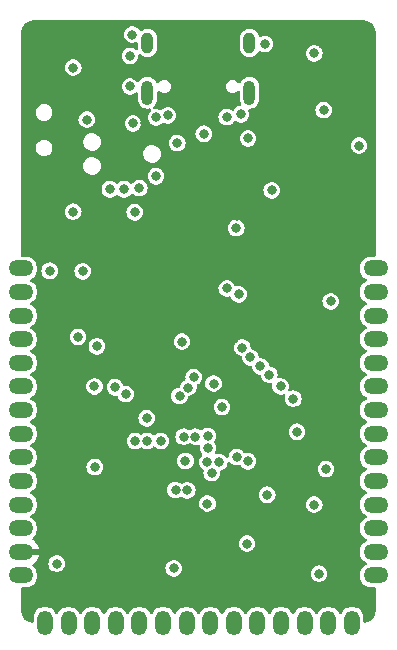
<source format=gbr>
%TF.GenerationSoftware,KiCad,Pcbnew,7.0.2*%
%TF.CreationDate,2023-06-14T20:26:51+10:00*%
%TF.ProjectId,STM32_Simple_Rev1.0,53544d33-325f-4536-996d-706c655f5265,rev?*%
%TF.SameCoordinates,Original*%
%TF.FileFunction,Copper,L2,Inr*%
%TF.FilePolarity,Positive*%
%FSLAX46Y46*%
G04 Gerber Fmt 4.6, Leading zero omitted, Abs format (unit mm)*
G04 Created by KiCad (PCBNEW 7.0.2) date 2023-06-14 20:26:51*
%MOMM*%
%LPD*%
G01*
G04 APERTURE LIST*
G04 Aperture macros list*
%AMRoundRect*
0 Rectangle with rounded corners*
0 $1 Rounding radius*
0 $2 $3 $4 $5 $6 $7 $8 $9 X,Y pos of 4 corners*
0 Add a 4 corners polygon primitive as box body*
4,1,4,$2,$3,$4,$5,$6,$7,$8,$9,$2,$3,0*
0 Add four circle primitives for the rounded corners*
1,1,$1+$1,$2,$3*
1,1,$1+$1,$4,$5*
1,1,$1+$1,$6,$7*
1,1,$1+$1,$8,$9*
0 Add four rect primitives between the rounded corners*
20,1,$1+$1,$2,$3,$4,$5,0*
20,1,$1+$1,$4,$5,$6,$7,0*
20,1,$1+$1,$6,$7,$8,$9,0*
20,1,$1+$1,$8,$9,$2,$3,0*%
G04 Aperture macros list end*
%TA.AperFunction,ComponentPad*%
%ADD10RoundRect,0.520000X-0.480000X-0.130000X0.480000X-0.130000X0.480000X0.130000X-0.480000X0.130000X0*%
%TD*%
%TA.AperFunction,ComponentPad*%
%ADD11RoundRect,0.520000X0.130000X-0.480000X0.130000X0.480000X-0.130000X0.480000X-0.130000X-0.480000X0*%
%TD*%
%TA.AperFunction,ComponentPad*%
%ADD12RoundRect,0.520000X0.480000X0.130000X-0.480000X0.130000X-0.480000X-0.130000X0.480000X-0.130000X0*%
%TD*%
%TA.AperFunction,ComponentPad*%
%ADD13O,1.000000X2.100000*%
%TD*%
%TA.AperFunction,ComponentPad*%
%ADD14O,1.000000X1.800000*%
%TD*%
%TA.AperFunction,ViaPad*%
%ADD15C,0.800000*%
%TD*%
G04 APERTURE END LIST*
D10*
%TO.N,S11*%
%TO.C,J15*%
X185000000Y-108000000D03*
%TD*%
%TO.N,S12*%
%TO.C,J16*%
X185000000Y-110000000D03*
%TD*%
%TO.N,S10*%
%TO.C,J14*%
X185000000Y-106000000D03*
%TD*%
%TO.N,S5*%
%TO.C,J9*%
X185000000Y-96000000D03*
%TD*%
D11*
%TO.N,S24*%
%TO.C,J30*%
X209000000Y-118000000D03*
%TD*%
D10*
%TO.N,S2*%
%TO.C,J5*%
X185000000Y-90000000D03*
%TD*%
D12*
%TO.N,S29*%
%TO.C,J37*%
X215000000Y-106000000D03*
%TD*%
%TO.N,S42{slash}CAN_TX*%
%TO.C,J46*%
X215000000Y-88000000D03*
%TD*%
D11*
%TO.N,S23*%
%TO.C,J29*%
X207000000Y-118000000D03*
%TD*%
D10*
%TO.N,S3*%
%TO.C,J6*%
X185000000Y-92000000D03*
%TD*%
D12*
%TO.N,S31*%
%TO.C,J39*%
X215000000Y-102000000D03*
%TD*%
D11*
%TO.N,S16*%
%TO.C,J22*%
X193000000Y-118000000D03*
%TD*%
%TO.N,S26*%
%TO.C,J32*%
X213000000Y-118000000D03*
%TD*%
D13*
%TO.N,unconnected-(J8-SHIELD-PadS1)*%
%TO.C,J8*%
X204320000Y-73125000D03*
D14*
X204320000Y-68925000D03*
D13*
X195680000Y-73125000D03*
D14*
X195680000Y-68925000D03*
%TD*%
D12*
%TO.N,VCC*%
%TO.C,J34*%
X215000000Y-111998624D03*
%TD*%
D10*
%TO.N,S6*%
%TO.C,J10*%
X185000000Y-98000000D03*
%TD*%
%TO.N,S4*%
%TO.C,J7*%
X185000000Y-94000000D03*
%TD*%
D12*
%TO.N,S30*%
%TO.C,J38*%
X215000000Y-104000000D03*
%TD*%
D10*
%TO.N,S7*%
%TO.C,J11*%
X185000000Y-100000000D03*
%TD*%
D12*
%TO.N,S40{slash}I2C1_SDA*%
%TO.C,J44*%
X215000000Y-92000000D03*
%TD*%
D10*
%TO.N,S1*%
%TO.C,J4*%
X185000000Y-88000000D03*
%TD*%
D11*
%TO.N,S14*%
%TO.C,J20*%
X189000000Y-118000000D03*
%TD*%
D12*
%TO.N,S32*%
%TO.C,J40*%
X215000000Y-100000000D03*
%TD*%
D11*
%TO.N,S21*%
%TO.C,J27*%
X203000000Y-118000000D03*
%TD*%
D10*
%TO.N,S9*%
%TO.C,J13*%
X185000000Y-104000000D03*
%TD*%
D12*
%TO.N,S41{slash}CAN_RX*%
%TO.C,J45*%
X215000000Y-90000000D03*
%TD*%
D10*
%TO.N,+3.3V*%
%TO.C,J17*%
X185000000Y-112000000D03*
%TD*%
D11*
%TO.N,S22*%
%TO.C,J28*%
X205000000Y-118000000D03*
%TD*%
%TO.N,S20*%
%TO.C,J26*%
X201000000Y-118000000D03*
%TD*%
D12*
%TO.N,S33*%
%TO.C,J41*%
X215000000Y-98000000D03*
%TD*%
%TO.N,S27*%
%TO.C,J35*%
X215000000Y-110000000D03*
%TD*%
D11*
%TO.N,S18{slash}USART3_TX*%
%TO.C,J24*%
X197000000Y-118000000D03*
%TD*%
D12*
%TO.N,S34*%
%TO.C,J42*%
X215000000Y-96000000D03*
%TD*%
D11*
%TO.N,S25*%
%TO.C,J31*%
X211000000Y-118000000D03*
%TD*%
D10*
%TO.N,S8*%
%TO.C,J12*%
X185000000Y-102000000D03*
%TD*%
D12*
%TO.N,GND*%
%TO.C,J33*%
X215000000Y-114000000D03*
%TD*%
D11*
%TO.N,S17*%
%TO.C,J23*%
X195000000Y-118000000D03*
%TD*%
D12*
%TO.N,S39{slash}I2C1_SCL*%
%TO.C,J43*%
X215000000Y-94000000D03*
%TD*%
D11*
%TO.N,S19{slash}USART3_RX*%
%TO.C,J25*%
X199000000Y-118000000D03*
%TD*%
%TO.N,S13*%
%TO.C,J19*%
X187000000Y-118000000D03*
%TD*%
%TO.N,S15*%
%TO.C,J21*%
X191000000Y-118000000D03*
%TD*%
D10*
%TO.N,GND*%
%TO.C,J18*%
X185000000Y-114000000D03*
%TD*%
D12*
%TO.N,S28*%
%TO.C,J36*%
X215000000Y-108000000D03*
%TD*%
D15*
%TO.N,VCC*%
X209800000Y-69800000D03*
X211200000Y-90800000D03*
%TO.N,+3.3V*%
X197354651Y-95206563D03*
X200100000Y-108700000D03*
X211800000Y-84100000D03*
X191192118Y-101816915D03*
X209800000Y-103800000D03*
X195466543Y-75731724D03*
X189000000Y-110749500D03*
X189350500Y-80000000D03*
X194200000Y-85400000D03*
X194200000Y-74000000D03*
X192024621Y-106218019D03*
X206400000Y-85200000D03*
X203267631Y-83602291D03*
X211600000Y-87000000D03*
X203000000Y-94000000D03*
%TO.N,GND*%
X198600000Y-94200000D03*
X210200000Y-113849500D03*
X189400000Y-83200000D03*
X190549500Y-75400000D03*
X191224621Y-104818019D03*
X203706755Y-94706755D03*
X191400000Y-94600000D03*
X195614923Y-100691260D03*
X206200000Y-81400000D03*
X203600000Y-74950500D03*
X200449500Y-76600000D03*
X202400000Y-89700000D03*
X194200000Y-72600000D03*
X213600000Y-77600000D03*
X205600000Y-69000000D03*
X210600000Y-74600000D03*
X204200000Y-77000000D03*
X196410673Y-75223346D03*
X210800000Y-105000000D03*
X203200000Y-84599503D03*
X189400000Y-71000000D03*
X194400000Y-68200000D03*
X188000000Y-113000000D03*
X198200000Y-77400000D03*
X209800000Y-108000000D03*
X191200000Y-98000000D03*
X208349500Y-101829801D03*
X197900000Y-113400000D03*
%TO.N,+5V*%
X197395526Y-75052848D03*
X202400000Y-75200000D03*
%TO.N,STATUS_LED*%
X187400000Y-88200000D03*
X194200000Y-70000000D03*
%TO.N,SWDIO*%
X208033436Y-99032729D03*
X195000000Y-81200000D03*
%TO.N,SWCLK*%
X206950500Y-98000000D03*
X193700000Y-81300000D03*
%TO.N,SWO*%
X192500000Y-81300000D03*
X206000000Y-97000000D03*
%TO.N,NRST*%
X196400000Y-80200000D03*
X194467041Y-75731583D03*
%TO.N,BOOT0*%
X205250500Y-96292892D03*
X194600000Y-83249500D03*
%TO.N,S8*%
X194629977Y-102629977D03*
%TO.N,S7*%
X193845974Y-98644073D03*
%TO.N,S6*%
X192933925Y-98066075D03*
%TO.N,S5*%
X195629002Y-102599104D03*
%TO.N,S4*%
X196800000Y-102600000D03*
%TO.N,S3*%
X198400000Y-98800000D03*
%TO.N,S2*%
X199149500Y-98093245D03*
%TO.N,S1*%
X199600000Y-97200000D03*
%TO.N,S34*%
X200777483Y-102177483D03*
%TO.N,S33*%
X200809689Y-103205231D03*
%TO.N,S32*%
X200760556Y-104400182D03*
%TO.N,S31*%
X201760048Y-104395567D03*
%TO.N,S30*%
X203251044Y-103968564D03*
%TO.N,S29*%
X204183178Y-104329301D03*
%TO.N,S28*%
X205824415Y-107164461D03*
%TO.N,S27*%
X201124814Y-105330946D03*
%TO.N,S26*%
X200763624Y-107918200D03*
%TO.N,S25*%
X204110681Y-111298962D03*
%TO.N,S42{slash}CAN_TX*%
X203400000Y-90200000D03*
X201278063Y-97754362D03*
%TO.N,S41{slash}CAN_RX*%
X204400000Y-95543392D03*
%TO.N,S40{slash}I2C1_SDA*%
X198750497Y-102250000D03*
%TO.N,S39{slash}I2C1_SCL*%
X199750000Y-102250000D03*
%TO.N,S18{slash}USART3_TX*%
X198058556Y-106753370D03*
%TO.N,S19{slash}USART3_RX*%
X199056834Y-106802815D03*
%TO.N,USER_LED1*%
X190200000Y-88250500D03*
X202000000Y-99750000D03*
%TO.N,USER_LED2*%
X189800000Y-93800000D03*
X198900000Y-104300000D03*
%TD*%
%TA.AperFunction,Conductor*%
%TO.N,+3.3V*%
G36*
X214005394Y-67000971D02*
G01*
X214045519Y-67004482D01*
X214171780Y-67016919D01*
X214191682Y-67020540D01*
X214256467Y-67037899D01*
X214260203Y-67038966D01*
X214351570Y-67066682D01*
X214367959Y-67072952D01*
X214433867Y-67103686D01*
X214439867Y-67106685D01*
X214482639Y-67129548D01*
X214519046Y-67149008D01*
X214531715Y-67156791D01*
X214592889Y-67199625D01*
X214600430Y-67205346D01*
X214668455Y-67261172D01*
X214677472Y-67269345D01*
X214730653Y-67322526D01*
X214738826Y-67331543D01*
X214794652Y-67399568D01*
X214800373Y-67407109D01*
X214843207Y-67468283D01*
X214850990Y-67480952D01*
X214893304Y-67560114D01*
X214896328Y-67566163D01*
X214927041Y-67632027D01*
X214933319Y-67648436D01*
X214961008Y-67739713D01*
X214962123Y-67743616D01*
X214979454Y-67808298D01*
X214983082Y-67828237D01*
X214995523Y-67954554D01*
X214997207Y-67973801D01*
X214999030Y-67994638D01*
X214999500Y-68005406D01*
X214999500Y-86925500D01*
X214979815Y-86992539D01*
X214927011Y-87038294D01*
X214875500Y-87049500D01*
X214473920Y-87049500D01*
X214470464Y-87049889D01*
X214470453Y-87049890D01*
X214336268Y-87065009D01*
X214161745Y-87126077D01*
X214005186Y-87224449D01*
X213874449Y-87355186D01*
X213776077Y-87511745D01*
X213715009Y-87686268D01*
X213699890Y-87820453D01*
X213699889Y-87820464D01*
X213699500Y-87823920D01*
X213699500Y-88176080D01*
X213699889Y-88179536D01*
X213699890Y-88179546D01*
X213715009Y-88313731D01*
X213776077Y-88488254D01*
X213874449Y-88644813D01*
X214005186Y-88775550D01*
X214005188Y-88775551D01*
X214005189Y-88775552D01*
X214161744Y-88873922D01*
X214161748Y-88873924D01*
X214187568Y-88882959D01*
X214244344Y-88923680D01*
X214270091Y-88988633D01*
X214256635Y-89057195D01*
X214208247Y-89107598D01*
X214187568Y-89117041D01*
X214161748Y-89126075D01*
X214005186Y-89224449D01*
X213874449Y-89355186D01*
X213776077Y-89511745D01*
X213715009Y-89686268D01*
X213699890Y-89820453D01*
X213699889Y-89820464D01*
X213699500Y-89823920D01*
X213699500Y-90176080D01*
X213699889Y-90179536D01*
X213699890Y-90179546D01*
X213715009Y-90313731D01*
X213776077Y-90488254D01*
X213874449Y-90644813D01*
X214005186Y-90775550D01*
X214005188Y-90775551D01*
X214005189Y-90775552D01*
X214161744Y-90873922D01*
X214161748Y-90873924D01*
X214187568Y-90882959D01*
X214244344Y-90923680D01*
X214270091Y-90988633D01*
X214256635Y-91057195D01*
X214208247Y-91107598D01*
X214187568Y-91117041D01*
X214161748Y-91126075D01*
X214005186Y-91224449D01*
X213874449Y-91355186D01*
X213776077Y-91511745D01*
X213715009Y-91686268D01*
X213699890Y-91820453D01*
X213699889Y-91820464D01*
X213699500Y-91823920D01*
X213699500Y-92176080D01*
X213699889Y-92179536D01*
X213699890Y-92179546D01*
X213715009Y-92313731D01*
X213776077Y-92488254D01*
X213874449Y-92644813D01*
X214005186Y-92775550D01*
X214005188Y-92775551D01*
X214005189Y-92775552D01*
X214161744Y-92873922D01*
X214161748Y-92873924D01*
X214187568Y-92882959D01*
X214244344Y-92923680D01*
X214270091Y-92988633D01*
X214256635Y-93057195D01*
X214208247Y-93107598D01*
X214187568Y-93117041D01*
X214161748Y-93126075D01*
X214005186Y-93224449D01*
X213874449Y-93355186D01*
X213776077Y-93511745D01*
X213715009Y-93686268D01*
X213699890Y-93820453D01*
X213699889Y-93820464D01*
X213699500Y-93823920D01*
X213699500Y-94176080D01*
X213699889Y-94179536D01*
X213699890Y-94179546D01*
X213715009Y-94313731D01*
X213776077Y-94488254D01*
X213874449Y-94644813D01*
X214005186Y-94775550D01*
X214005188Y-94775551D01*
X214005189Y-94775552D01*
X214161744Y-94873922D01*
X214161748Y-94873924D01*
X214187568Y-94882959D01*
X214244344Y-94923680D01*
X214270091Y-94988633D01*
X214256635Y-95057195D01*
X214208247Y-95107598D01*
X214187568Y-95117041D01*
X214161748Y-95126075D01*
X214005186Y-95224449D01*
X213874449Y-95355186D01*
X213776077Y-95511745D01*
X213715009Y-95686268D01*
X213699890Y-95820453D01*
X213699889Y-95820464D01*
X213699500Y-95823920D01*
X213699500Y-96176080D01*
X213699889Y-96179536D01*
X213699890Y-96179546D01*
X213715009Y-96313731D01*
X213715009Y-96313733D01*
X213715010Y-96313734D01*
X213751937Y-96419265D01*
X213776077Y-96488254D01*
X213874449Y-96644813D01*
X214005186Y-96775550D01*
X214005188Y-96775551D01*
X214005189Y-96775552D01*
X214161744Y-96873922D01*
X214161748Y-96873924D01*
X214187568Y-96882959D01*
X214244344Y-96923680D01*
X214270091Y-96988633D01*
X214256635Y-97057195D01*
X214208247Y-97107598D01*
X214187568Y-97117041D01*
X214161748Y-97126075D01*
X214005186Y-97224449D01*
X213874449Y-97355186D01*
X213776077Y-97511745D01*
X213715009Y-97686268D01*
X213699890Y-97820453D01*
X213699889Y-97820464D01*
X213699500Y-97823920D01*
X213699500Y-98176080D01*
X213699889Y-98179536D01*
X213699890Y-98179546D01*
X213715009Y-98313731D01*
X213776077Y-98488254D01*
X213874449Y-98644813D01*
X214005186Y-98775550D01*
X214005188Y-98775551D01*
X214005189Y-98775552D01*
X214161744Y-98873922D01*
X214161748Y-98873924D01*
X214187568Y-98882959D01*
X214244344Y-98923680D01*
X214270091Y-98988633D01*
X214256635Y-99057195D01*
X214208247Y-99107598D01*
X214187568Y-99117041D01*
X214161748Y-99126075D01*
X214005186Y-99224449D01*
X213874449Y-99355186D01*
X213776077Y-99511745D01*
X213715009Y-99686268D01*
X213699890Y-99820453D01*
X213699889Y-99820464D01*
X213699500Y-99823920D01*
X213699500Y-100176080D01*
X213699889Y-100179536D01*
X213699890Y-100179546D01*
X213715009Y-100313731D01*
X213776077Y-100488254D01*
X213874449Y-100644813D01*
X214005186Y-100775550D01*
X214005188Y-100775551D01*
X214005189Y-100775552D01*
X214161744Y-100873922D01*
X214161748Y-100873924D01*
X214187568Y-100882959D01*
X214244344Y-100923680D01*
X214270091Y-100988633D01*
X214256635Y-101057195D01*
X214208247Y-101107598D01*
X214187568Y-101117041D01*
X214161748Y-101126075D01*
X214005186Y-101224449D01*
X213874449Y-101355186D01*
X213776077Y-101511745D01*
X213715009Y-101686268D01*
X213699890Y-101820453D01*
X213699889Y-101820464D01*
X213699500Y-101823920D01*
X213699500Y-102176080D01*
X213699889Y-102179536D01*
X213699890Y-102179546D01*
X213715009Y-102313731D01*
X213776077Y-102488254D01*
X213874449Y-102644813D01*
X214005186Y-102775550D01*
X214005188Y-102775551D01*
X214005189Y-102775552D01*
X214161744Y-102873922D01*
X214161748Y-102873924D01*
X214187568Y-102882959D01*
X214244344Y-102923680D01*
X214270091Y-102988633D01*
X214256635Y-103057195D01*
X214208247Y-103107598D01*
X214187568Y-103117041D01*
X214161748Y-103126075D01*
X214005186Y-103224449D01*
X213874449Y-103355186D01*
X213776077Y-103511745D01*
X213715009Y-103686268D01*
X213699890Y-103820453D01*
X213699889Y-103820464D01*
X213699500Y-103823920D01*
X213699500Y-104176080D01*
X213699889Y-104179536D01*
X213699890Y-104179546D01*
X213715009Y-104313731D01*
X213715009Y-104313733D01*
X213715010Y-104313734D01*
X213727732Y-104350091D01*
X213776077Y-104488254D01*
X213874449Y-104644813D01*
X214005186Y-104775550D01*
X214005188Y-104775551D01*
X214005189Y-104775552D01*
X214161744Y-104873922D01*
X214161748Y-104873924D01*
X214187568Y-104882959D01*
X214244344Y-104923680D01*
X214270091Y-104988633D01*
X214256635Y-105057195D01*
X214208247Y-105107598D01*
X214187568Y-105117041D01*
X214161748Y-105126075D01*
X214005186Y-105224449D01*
X213874449Y-105355186D01*
X213776077Y-105511745D01*
X213715009Y-105686268D01*
X213699890Y-105820453D01*
X213699889Y-105820464D01*
X213699500Y-105823920D01*
X213699500Y-106176080D01*
X213699889Y-106179536D01*
X213699890Y-106179546D01*
X213715009Y-106313731D01*
X213715009Y-106313733D01*
X213715010Y-106313734D01*
X213767577Y-106463961D01*
X213776077Y-106488254D01*
X213874449Y-106644813D01*
X214005186Y-106775550D01*
X214005188Y-106775551D01*
X214005189Y-106775552D01*
X214161744Y-106873922D01*
X214161748Y-106873924D01*
X214187568Y-106882959D01*
X214244344Y-106923680D01*
X214270091Y-106988633D01*
X214256635Y-107057195D01*
X214208247Y-107107598D01*
X214187568Y-107117041D01*
X214161748Y-107126075D01*
X214005186Y-107224449D01*
X213874449Y-107355186D01*
X213776077Y-107511745D01*
X213715009Y-107686268D01*
X213699890Y-107820453D01*
X213699889Y-107820464D01*
X213699500Y-107823920D01*
X213699500Y-108176080D01*
X213699889Y-108179536D01*
X213699890Y-108179546D01*
X213715009Y-108313731D01*
X213776077Y-108488254D01*
X213874449Y-108644813D01*
X214005186Y-108775550D01*
X214005188Y-108775551D01*
X214005189Y-108775552D01*
X214161744Y-108873922D01*
X214161748Y-108873924D01*
X214187568Y-108882959D01*
X214244344Y-108923680D01*
X214270091Y-108988633D01*
X214256635Y-109057195D01*
X214208247Y-109107598D01*
X214187568Y-109117041D01*
X214161748Y-109126075D01*
X214005186Y-109224449D01*
X213874449Y-109355186D01*
X213776077Y-109511745D01*
X213715009Y-109686268D01*
X213699890Y-109820453D01*
X213699889Y-109820464D01*
X213699500Y-109823920D01*
X213699500Y-110176080D01*
X213699889Y-110179536D01*
X213699890Y-110179546D01*
X213715009Y-110313731D01*
X213776077Y-110488254D01*
X213874449Y-110644813D01*
X214005186Y-110775550D01*
X214005188Y-110775551D01*
X214005189Y-110775552D01*
X214093488Y-110831034D01*
X214161748Y-110873924D01*
X214185602Y-110882271D01*
X214242378Y-110922992D01*
X214268125Y-110987945D01*
X214254669Y-111056507D01*
X214206281Y-111106909D01*
X214185602Y-111116353D01*
X214161748Y-111124699D01*
X214005186Y-111223073D01*
X213874449Y-111353810D01*
X213776077Y-111510369D01*
X213715009Y-111684892D01*
X213699890Y-111819077D01*
X213699889Y-111819088D01*
X213699500Y-111822544D01*
X213699500Y-112174704D01*
X213699889Y-112178160D01*
X213699890Y-112178170D01*
X213715009Y-112312355D01*
X213776077Y-112486878D01*
X213874449Y-112643437D01*
X214005186Y-112774174D01*
X214005188Y-112774175D01*
X214005189Y-112774176D01*
X214161746Y-112872547D01*
X214189533Y-112882270D01*
X214246308Y-112922989D01*
X214272057Y-112987942D01*
X214258602Y-113056504D01*
X214210215Y-113106907D01*
X214189537Y-113116351D01*
X214161749Y-113126075D01*
X214005186Y-113224449D01*
X213874449Y-113355186D01*
X213776077Y-113511745D01*
X213715009Y-113686268D01*
X213699890Y-113820453D01*
X213699889Y-113820464D01*
X213699500Y-113823920D01*
X213699500Y-114176080D01*
X213699889Y-114179536D01*
X213699890Y-114179546D01*
X213715009Y-114313731D01*
X213776077Y-114488254D01*
X213874449Y-114644813D01*
X214005186Y-114775550D01*
X214005188Y-114775551D01*
X214005189Y-114775552D01*
X214161746Y-114873923D01*
X214336266Y-114934990D01*
X214473920Y-114950500D01*
X214875500Y-114950500D01*
X214942539Y-114970185D01*
X214988294Y-115022989D01*
X214999500Y-115074500D01*
X214999500Y-116994583D01*
X214999028Y-117005393D01*
X214995523Y-117045445D01*
X214983082Y-117171764D01*
X214979455Y-117191696D01*
X214962123Y-117256382D01*
X214961008Y-117260285D01*
X214933319Y-117351562D01*
X214927041Y-117367971D01*
X214896328Y-117433835D01*
X214893304Y-117439884D01*
X214850990Y-117519046D01*
X214843207Y-117531715D01*
X214800373Y-117592889D01*
X214794652Y-117600430D01*
X214738826Y-117668455D01*
X214730653Y-117677472D01*
X214677472Y-117730653D01*
X214668455Y-117738826D01*
X214600430Y-117794652D01*
X214592889Y-117800373D01*
X214531715Y-117843207D01*
X214519046Y-117850990D01*
X214439884Y-117893304D01*
X214433835Y-117896328D01*
X214367971Y-117927041D01*
X214351562Y-117933319D01*
X214260285Y-117961008D01*
X214256382Y-117962123D01*
X214191700Y-117979454D01*
X214171761Y-117983082D01*
X214086654Y-117991464D01*
X214018008Y-117978445D01*
X213967298Y-117930380D01*
X213950500Y-117868061D01*
X213950500Y-117477404D01*
X213950500Y-117473920D01*
X213934990Y-117336266D01*
X213873923Y-117161746D01*
X213775552Y-117005189D01*
X213775551Y-117005188D01*
X213775550Y-117005186D01*
X213644813Y-116874449D01*
X213488254Y-116776077D01*
X213313731Y-116715009D01*
X213179546Y-116699890D01*
X213179536Y-116699889D01*
X213176080Y-116699500D01*
X212823920Y-116699500D01*
X212820464Y-116699889D01*
X212820453Y-116699890D01*
X212686268Y-116715009D01*
X212511745Y-116776077D01*
X212355186Y-116874449D01*
X212224449Y-117005186D01*
X212126075Y-117161748D01*
X212117041Y-117187568D01*
X212076320Y-117244344D01*
X212011367Y-117270091D01*
X211942805Y-117256635D01*
X211892402Y-117208247D01*
X211882959Y-117187568D01*
X211873924Y-117161748D01*
X211775674Y-117005384D01*
X211775552Y-117005189D01*
X211775551Y-117005188D01*
X211775550Y-117005186D01*
X211644813Y-116874449D01*
X211488254Y-116776077D01*
X211313731Y-116715009D01*
X211179546Y-116699890D01*
X211179536Y-116699889D01*
X211176080Y-116699500D01*
X210823920Y-116699500D01*
X210820464Y-116699889D01*
X210820453Y-116699890D01*
X210686268Y-116715009D01*
X210511745Y-116776077D01*
X210355186Y-116874449D01*
X210224449Y-117005186D01*
X210126075Y-117161748D01*
X210117041Y-117187568D01*
X210076320Y-117244344D01*
X210011367Y-117270091D01*
X209942805Y-117256635D01*
X209892402Y-117208247D01*
X209882959Y-117187568D01*
X209873924Y-117161748D01*
X209775674Y-117005384D01*
X209775552Y-117005189D01*
X209775551Y-117005188D01*
X209775550Y-117005186D01*
X209644813Y-116874449D01*
X209488254Y-116776077D01*
X209313731Y-116715009D01*
X209179546Y-116699890D01*
X209179536Y-116699889D01*
X209176080Y-116699500D01*
X208823920Y-116699500D01*
X208820464Y-116699889D01*
X208820453Y-116699890D01*
X208686268Y-116715009D01*
X208511745Y-116776077D01*
X208355186Y-116874449D01*
X208224449Y-117005186D01*
X208126075Y-117161748D01*
X208117041Y-117187568D01*
X208076320Y-117244344D01*
X208011367Y-117270091D01*
X207942805Y-117256635D01*
X207892402Y-117208247D01*
X207882959Y-117187568D01*
X207873924Y-117161748D01*
X207775674Y-117005384D01*
X207775552Y-117005189D01*
X207775551Y-117005188D01*
X207775550Y-117005186D01*
X207644813Y-116874449D01*
X207488254Y-116776077D01*
X207313731Y-116715009D01*
X207179546Y-116699890D01*
X207179536Y-116699889D01*
X207176080Y-116699500D01*
X206823920Y-116699500D01*
X206820464Y-116699889D01*
X206820453Y-116699890D01*
X206686268Y-116715009D01*
X206511745Y-116776077D01*
X206355186Y-116874449D01*
X206224449Y-117005186D01*
X206126075Y-117161748D01*
X206117041Y-117187568D01*
X206076320Y-117244344D01*
X206011367Y-117270091D01*
X205942805Y-117256635D01*
X205892402Y-117208247D01*
X205882959Y-117187568D01*
X205873924Y-117161748D01*
X205775674Y-117005384D01*
X205775552Y-117005189D01*
X205775551Y-117005188D01*
X205775550Y-117005186D01*
X205644813Y-116874449D01*
X205488254Y-116776077D01*
X205313731Y-116715009D01*
X205179546Y-116699890D01*
X205179536Y-116699889D01*
X205176080Y-116699500D01*
X204823920Y-116699500D01*
X204820464Y-116699889D01*
X204820453Y-116699890D01*
X204686268Y-116715009D01*
X204511745Y-116776077D01*
X204355186Y-116874449D01*
X204224449Y-117005186D01*
X204126075Y-117161748D01*
X204117041Y-117187568D01*
X204076320Y-117244344D01*
X204011367Y-117270091D01*
X203942805Y-117256635D01*
X203892402Y-117208247D01*
X203882959Y-117187568D01*
X203873924Y-117161748D01*
X203775674Y-117005384D01*
X203775552Y-117005189D01*
X203775551Y-117005188D01*
X203775550Y-117005186D01*
X203644813Y-116874449D01*
X203488254Y-116776077D01*
X203313731Y-116715009D01*
X203179546Y-116699890D01*
X203179536Y-116699889D01*
X203176080Y-116699500D01*
X202823920Y-116699500D01*
X202820464Y-116699889D01*
X202820453Y-116699890D01*
X202686268Y-116715009D01*
X202511745Y-116776077D01*
X202355186Y-116874449D01*
X202224449Y-117005186D01*
X202126075Y-117161748D01*
X202117041Y-117187568D01*
X202076320Y-117244344D01*
X202011367Y-117270091D01*
X201942805Y-117256635D01*
X201892402Y-117208247D01*
X201882959Y-117187568D01*
X201873924Y-117161748D01*
X201775674Y-117005384D01*
X201775552Y-117005189D01*
X201775551Y-117005188D01*
X201775550Y-117005186D01*
X201644813Y-116874449D01*
X201488254Y-116776077D01*
X201313731Y-116715009D01*
X201179546Y-116699890D01*
X201179536Y-116699889D01*
X201176080Y-116699500D01*
X200823920Y-116699500D01*
X200820464Y-116699889D01*
X200820453Y-116699890D01*
X200686268Y-116715009D01*
X200511745Y-116776077D01*
X200355186Y-116874449D01*
X200224449Y-117005186D01*
X200126075Y-117161748D01*
X200117041Y-117187568D01*
X200076320Y-117244344D01*
X200011367Y-117270091D01*
X199942805Y-117256635D01*
X199892402Y-117208247D01*
X199882959Y-117187568D01*
X199873924Y-117161748D01*
X199775674Y-117005384D01*
X199775552Y-117005189D01*
X199775551Y-117005188D01*
X199775550Y-117005186D01*
X199644813Y-116874449D01*
X199488254Y-116776077D01*
X199313731Y-116715009D01*
X199179546Y-116699890D01*
X199179536Y-116699889D01*
X199176080Y-116699500D01*
X198823920Y-116699500D01*
X198820464Y-116699889D01*
X198820453Y-116699890D01*
X198686268Y-116715009D01*
X198511745Y-116776077D01*
X198355186Y-116874449D01*
X198224449Y-117005186D01*
X198126075Y-117161748D01*
X198117041Y-117187568D01*
X198076320Y-117244344D01*
X198011367Y-117270091D01*
X197942805Y-117256635D01*
X197892402Y-117208247D01*
X197882959Y-117187568D01*
X197873924Y-117161748D01*
X197775674Y-117005384D01*
X197775552Y-117005189D01*
X197775551Y-117005188D01*
X197775550Y-117005186D01*
X197644813Y-116874449D01*
X197488254Y-116776077D01*
X197313731Y-116715009D01*
X197179546Y-116699890D01*
X197179536Y-116699889D01*
X197176080Y-116699500D01*
X196823920Y-116699500D01*
X196820464Y-116699889D01*
X196820453Y-116699890D01*
X196686268Y-116715009D01*
X196511745Y-116776077D01*
X196355186Y-116874449D01*
X196224449Y-117005186D01*
X196126075Y-117161748D01*
X196117041Y-117187568D01*
X196076320Y-117244344D01*
X196011367Y-117270091D01*
X195942805Y-117256635D01*
X195892402Y-117208247D01*
X195882959Y-117187568D01*
X195873924Y-117161748D01*
X195775674Y-117005384D01*
X195775552Y-117005189D01*
X195775551Y-117005188D01*
X195775550Y-117005186D01*
X195644813Y-116874449D01*
X195488254Y-116776077D01*
X195313731Y-116715009D01*
X195179546Y-116699890D01*
X195179536Y-116699889D01*
X195176080Y-116699500D01*
X194823920Y-116699500D01*
X194820464Y-116699889D01*
X194820453Y-116699890D01*
X194686268Y-116715009D01*
X194511745Y-116776077D01*
X194355186Y-116874449D01*
X194224449Y-117005186D01*
X194126075Y-117161748D01*
X194117041Y-117187568D01*
X194076320Y-117244344D01*
X194011367Y-117270091D01*
X193942805Y-117256635D01*
X193892402Y-117208247D01*
X193882959Y-117187568D01*
X193873924Y-117161748D01*
X193775674Y-117005384D01*
X193775552Y-117005189D01*
X193775551Y-117005188D01*
X193775550Y-117005186D01*
X193644813Y-116874449D01*
X193488254Y-116776077D01*
X193313731Y-116715009D01*
X193179546Y-116699890D01*
X193179536Y-116699889D01*
X193176080Y-116699500D01*
X192823920Y-116699500D01*
X192820464Y-116699889D01*
X192820453Y-116699890D01*
X192686268Y-116715009D01*
X192511745Y-116776077D01*
X192355186Y-116874449D01*
X192224449Y-117005186D01*
X192126075Y-117161748D01*
X192117041Y-117187568D01*
X192076320Y-117244344D01*
X192011367Y-117270091D01*
X191942805Y-117256635D01*
X191892402Y-117208247D01*
X191882959Y-117187568D01*
X191873924Y-117161748D01*
X191775674Y-117005384D01*
X191775552Y-117005189D01*
X191775551Y-117005188D01*
X191775550Y-117005186D01*
X191644813Y-116874449D01*
X191488254Y-116776077D01*
X191313731Y-116715009D01*
X191179546Y-116699890D01*
X191179536Y-116699889D01*
X191176080Y-116699500D01*
X190823920Y-116699500D01*
X190820464Y-116699889D01*
X190820453Y-116699890D01*
X190686268Y-116715009D01*
X190511745Y-116776077D01*
X190355186Y-116874449D01*
X190224449Y-117005186D01*
X190126075Y-117161748D01*
X190117041Y-117187568D01*
X190076320Y-117244344D01*
X190011367Y-117270091D01*
X189942805Y-117256635D01*
X189892402Y-117208247D01*
X189882959Y-117187568D01*
X189873924Y-117161748D01*
X189775674Y-117005384D01*
X189775552Y-117005189D01*
X189775551Y-117005188D01*
X189775550Y-117005186D01*
X189644813Y-116874449D01*
X189488254Y-116776077D01*
X189313731Y-116715009D01*
X189179546Y-116699890D01*
X189179536Y-116699889D01*
X189176080Y-116699500D01*
X188823920Y-116699500D01*
X188820464Y-116699889D01*
X188820453Y-116699890D01*
X188686268Y-116715009D01*
X188511745Y-116776077D01*
X188355186Y-116874449D01*
X188224449Y-117005186D01*
X188126075Y-117161748D01*
X188117041Y-117187568D01*
X188076320Y-117244344D01*
X188011367Y-117270091D01*
X187942805Y-117256635D01*
X187892402Y-117208247D01*
X187882959Y-117187568D01*
X187873924Y-117161748D01*
X187775674Y-117005384D01*
X187775552Y-117005189D01*
X187775551Y-117005188D01*
X187775550Y-117005186D01*
X187644813Y-116874449D01*
X187488254Y-116776077D01*
X187313731Y-116715009D01*
X187179546Y-116699890D01*
X187179536Y-116699889D01*
X187176080Y-116699500D01*
X186823920Y-116699500D01*
X186820464Y-116699889D01*
X186820453Y-116699890D01*
X186686268Y-116715009D01*
X186511745Y-116776077D01*
X186355186Y-116874449D01*
X186224449Y-117005186D01*
X186126077Y-117161745D01*
X186065009Y-117336268D01*
X186049890Y-117470453D01*
X186049889Y-117470464D01*
X186049500Y-117473920D01*
X186049500Y-117477404D01*
X186049500Y-117868066D01*
X186029815Y-117935105D01*
X185977011Y-117980860D01*
X185913352Y-117991465D01*
X185836156Y-117983862D01*
X185828235Y-117983082D01*
X185808302Y-117979455D01*
X185743616Y-117962123D01*
X185739713Y-117961008D01*
X185648436Y-117933319D01*
X185632027Y-117927041D01*
X185566163Y-117896328D01*
X185560114Y-117893304D01*
X185480952Y-117850990D01*
X185468283Y-117843207D01*
X185407109Y-117800373D01*
X185399568Y-117794652D01*
X185331543Y-117738826D01*
X185322526Y-117730653D01*
X185269345Y-117677472D01*
X185261172Y-117668455D01*
X185205346Y-117600430D01*
X185199625Y-117592889D01*
X185156791Y-117531715D01*
X185149008Y-117519046D01*
X185123034Y-117470453D01*
X185106685Y-117439867D01*
X185103686Y-117433867D01*
X185072952Y-117367959D01*
X185066682Y-117351570D01*
X185038966Y-117260203D01*
X185037899Y-117256467D01*
X185020541Y-117191685D01*
X185016918Y-117171773D01*
X185004476Y-117045444D01*
X185004269Y-117043087D01*
X185000968Y-117005360D01*
X185000500Y-116994597D01*
X185000500Y-115074500D01*
X185020185Y-115007461D01*
X185072989Y-114961706D01*
X185124500Y-114950500D01*
X185522596Y-114950500D01*
X185526080Y-114950500D01*
X185663734Y-114934990D01*
X185838254Y-114873923D01*
X185994811Y-114775552D01*
X186125552Y-114644811D01*
X186223923Y-114488254D01*
X186284990Y-114313734D01*
X186300500Y-114176080D01*
X186300500Y-113823920D01*
X186284990Y-113686266D01*
X186223923Y-113511746D01*
X186125552Y-113355189D01*
X186125551Y-113355188D01*
X186125550Y-113355186D01*
X185994814Y-113224450D01*
X185994811Y-113224448D01*
X185992470Y-113222977D01*
X185985798Y-113215434D01*
X185984932Y-113214568D01*
X185984985Y-113214514D01*
X185946180Y-113170644D01*
X185935530Y-113101590D01*
X185963905Y-113037741D01*
X185999989Y-113008625D01*
X186016125Y-113000000D01*
X187294354Y-113000000D01*
X187314860Y-113168872D01*
X187375182Y-113327930D01*
X187471815Y-113467927D01*
X187471816Y-113467928D01*
X187471817Y-113467929D01*
X187599148Y-113580734D01*
X187749775Y-113659790D01*
X187914944Y-113700500D01*
X187914945Y-113700500D01*
X188085055Y-113700500D01*
X188085056Y-113700500D01*
X188250225Y-113659790D01*
X188400852Y-113580734D01*
X188528183Y-113467929D01*
X188575072Y-113399999D01*
X197194354Y-113399999D01*
X197214860Y-113568872D01*
X197275182Y-113727930D01*
X197371815Y-113867927D01*
X197371816Y-113867928D01*
X197371817Y-113867929D01*
X197499148Y-113980734D01*
X197649775Y-114059790D01*
X197814944Y-114100500D01*
X197814945Y-114100500D01*
X197985055Y-114100500D01*
X197985056Y-114100500D01*
X198150225Y-114059790D01*
X198300852Y-113980734D01*
X198428183Y-113867929D01*
X198440904Y-113849500D01*
X209494354Y-113849500D01*
X209514860Y-114018372D01*
X209575182Y-114177430D01*
X209671815Y-114317427D01*
X209671816Y-114317428D01*
X209671817Y-114317429D01*
X209799148Y-114430234D01*
X209949775Y-114509290D01*
X210114944Y-114550000D01*
X210114945Y-114550000D01*
X210285055Y-114550000D01*
X210285056Y-114550000D01*
X210450225Y-114509290D01*
X210600852Y-114430234D01*
X210728183Y-114317429D01*
X210824818Y-114177430D01*
X210885140Y-114018372D01*
X210905645Y-113849500D01*
X210885140Y-113680628D01*
X210824818Y-113521570D01*
X210728183Y-113381571D01*
X210600852Y-113268766D01*
X210516412Y-113224448D01*
X210450224Y-113189709D01*
X210325765Y-113159033D01*
X210285056Y-113149000D01*
X210114944Y-113149000D01*
X210082284Y-113157049D01*
X209949775Y-113189709D01*
X209799149Y-113268765D01*
X209671815Y-113381572D01*
X209575182Y-113521569D01*
X209514860Y-113680627D01*
X209494354Y-113849500D01*
X198440904Y-113849500D01*
X198524818Y-113727930D01*
X198585140Y-113568872D01*
X198605645Y-113400000D01*
X198585140Y-113231128D01*
X198524818Y-113072070D01*
X198428183Y-112932071D01*
X198300852Y-112819266D01*
X198286588Y-112811780D01*
X198150224Y-112740209D01*
X198025764Y-112709533D01*
X197985056Y-112699500D01*
X197814944Y-112699500D01*
X197782284Y-112707549D01*
X197649775Y-112740209D01*
X197499149Y-112819265D01*
X197371815Y-112932072D01*
X197275182Y-113072069D01*
X197214860Y-113231127D01*
X197194354Y-113399999D01*
X188575072Y-113399999D01*
X188624818Y-113327930D01*
X188685140Y-113168872D01*
X188705645Y-113000000D01*
X188685140Y-112831128D01*
X188624818Y-112672070D01*
X188528183Y-112532071D01*
X188400852Y-112419266D01*
X188335879Y-112385165D01*
X188250224Y-112340209D01*
X188125764Y-112309533D01*
X188085056Y-112299500D01*
X187914944Y-112299500D01*
X187882284Y-112307549D01*
X187749775Y-112340209D01*
X187599149Y-112419265D01*
X187471815Y-112532072D01*
X187375182Y-112672069D01*
X187314860Y-112831127D01*
X187294354Y-113000000D01*
X186016125Y-113000000D01*
X186049422Y-112982202D01*
X186204737Y-112854737D01*
X186332202Y-112699421D01*
X186426916Y-112522225D01*
X186485240Y-112329957D01*
X186493116Y-112250001D01*
X186493115Y-112250000D01*
X185315686Y-112250000D01*
X185327641Y-112238045D01*
X185385165Y-112125148D01*
X185404986Y-112000000D01*
X185385165Y-111874852D01*
X185327641Y-111761955D01*
X185315686Y-111750000D01*
X186493115Y-111750000D01*
X186493116Y-111749998D01*
X186485240Y-111670042D01*
X186426916Y-111477774D01*
X186332202Y-111300578D01*
X186330875Y-111298961D01*
X203405035Y-111298961D01*
X203425541Y-111467834D01*
X203485863Y-111626892D01*
X203582496Y-111766889D01*
X203582497Y-111766890D01*
X203582498Y-111766891D01*
X203709829Y-111879696D01*
X203860456Y-111958752D01*
X204025625Y-111999462D01*
X204025626Y-111999462D01*
X204195736Y-111999462D01*
X204195737Y-111999462D01*
X204360906Y-111958752D01*
X204511533Y-111879696D01*
X204638864Y-111766891D01*
X204735499Y-111626892D01*
X204795821Y-111467834D01*
X204816326Y-111298962D01*
X204795821Y-111130090D01*
X204735499Y-110971032D01*
X204638864Y-110831033D01*
X204511533Y-110718228D01*
X204497269Y-110710742D01*
X204360905Y-110639171D01*
X204236445Y-110608495D01*
X204195737Y-110598462D01*
X204025625Y-110598462D01*
X203992965Y-110606511D01*
X203860456Y-110639171D01*
X203709830Y-110718227D01*
X203582496Y-110831034D01*
X203485863Y-110971031D01*
X203425541Y-111130089D01*
X203405035Y-111298961D01*
X186330875Y-111298961D01*
X186204737Y-111145262D01*
X186049423Y-111017798D01*
X185999988Y-110991374D01*
X185950144Y-110942411D01*
X185934684Y-110874273D01*
X185958516Y-110808593D01*
X185992475Y-110777019D01*
X185994811Y-110775552D01*
X186125552Y-110644811D01*
X186223923Y-110488254D01*
X186284990Y-110313734D01*
X186300500Y-110176080D01*
X186300500Y-109823920D01*
X186284990Y-109686266D01*
X186223923Y-109511746D01*
X186125552Y-109355189D01*
X186125551Y-109355188D01*
X186125550Y-109355186D01*
X185994813Y-109224449D01*
X185838254Y-109126077D01*
X185838248Y-109126075D01*
X185812430Y-109117041D01*
X185755656Y-109076320D01*
X185729908Y-109011368D01*
X185743364Y-108942806D01*
X185791751Y-108892403D01*
X185812427Y-108882960D01*
X185838254Y-108873923D01*
X185994811Y-108775552D01*
X186125552Y-108644811D01*
X186223923Y-108488254D01*
X186284990Y-108313734D01*
X186300500Y-108176080D01*
X186300500Y-107918199D01*
X200057978Y-107918199D01*
X200078484Y-108087072D01*
X200138806Y-108246130D01*
X200235439Y-108386127D01*
X200235440Y-108386128D01*
X200235441Y-108386129D01*
X200362772Y-108498934D01*
X200513399Y-108577990D01*
X200678568Y-108618700D01*
X200678569Y-108618700D01*
X200848679Y-108618700D01*
X200848680Y-108618700D01*
X201013849Y-108577990D01*
X201164476Y-108498934D01*
X201291807Y-108386129D01*
X201388442Y-108246130D01*
X201448764Y-108087072D01*
X201459337Y-107999999D01*
X209094354Y-107999999D01*
X209114860Y-108168872D01*
X209175182Y-108327930D01*
X209271815Y-108467927D01*
X209271816Y-108467928D01*
X209271817Y-108467929D01*
X209399148Y-108580734D01*
X209549775Y-108659790D01*
X209714944Y-108700500D01*
X209714945Y-108700500D01*
X209885055Y-108700500D01*
X209885056Y-108700500D01*
X210050225Y-108659790D01*
X210200852Y-108580734D01*
X210328183Y-108467929D01*
X210424818Y-108327930D01*
X210485140Y-108168872D01*
X210505645Y-108000000D01*
X210485140Y-107831128D01*
X210424818Y-107672070D01*
X210368355Y-107590270D01*
X210328184Y-107532072D01*
X210328183Y-107532071D01*
X210200852Y-107419266D01*
X210132796Y-107383547D01*
X210050224Y-107340209D01*
X209925765Y-107309533D01*
X209885056Y-107299500D01*
X209714944Y-107299500D01*
X209682284Y-107307549D01*
X209549775Y-107340209D01*
X209399149Y-107419265D01*
X209271815Y-107532072D01*
X209175182Y-107672069D01*
X209114860Y-107831127D01*
X209094354Y-107999999D01*
X201459337Y-107999999D01*
X201469269Y-107918200D01*
X201448764Y-107749328D01*
X201388442Y-107590270D01*
X201300321Y-107462605D01*
X201291808Y-107450272D01*
X201216493Y-107383549D01*
X201164476Y-107337466D01*
X201145463Y-107327487D01*
X201013848Y-107258409D01*
X200876058Y-107224448D01*
X200848680Y-107217700D01*
X200678568Y-107217700D01*
X200651190Y-107224448D01*
X200513399Y-107258409D01*
X200362773Y-107337465D01*
X200235439Y-107450272D01*
X200138806Y-107590269D01*
X200078484Y-107749327D01*
X200057978Y-107918199D01*
X186300500Y-107918199D01*
X186300500Y-107823920D01*
X186284990Y-107686266D01*
X186223923Y-107511746D01*
X186125552Y-107355189D01*
X186125551Y-107355188D01*
X186125550Y-107355186D01*
X185994813Y-107224449D01*
X185838254Y-107126077D01*
X185838248Y-107126075D01*
X185812430Y-107117041D01*
X185755656Y-107076320D01*
X185729908Y-107011368D01*
X185743364Y-106942806D01*
X185791751Y-106892403D01*
X185812427Y-106882960D01*
X185838254Y-106873923D01*
X185994811Y-106775552D01*
X186016993Y-106753370D01*
X197352910Y-106753370D01*
X197373416Y-106922242D01*
X197433738Y-107081300D01*
X197530371Y-107221297D01*
X197530372Y-107221298D01*
X197530373Y-107221299D01*
X197657704Y-107334104D01*
X197808331Y-107413160D01*
X197973500Y-107453870D01*
X197973501Y-107453870D01*
X198143611Y-107453870D01*
X198143612Y-107453870D01*
X198308781Y-107413160D01*
X198459408Y-107334104D01*
X198459410Y-107334102D01*
X198472014Y-107327487D01*
X198540523Y-107313761D01*
X198605576Y-107339253D01*
X198611867Y-107344467D01*
X198655982Y-107383549D01*
X198806609Y-107462605D01*
X198971778Y-107503315D01*
X198971779Y-107503315D01*
X199141889Y-107503315D01*
X199141890Y-107503315D01*
X199307059Y-107462605D01*
X199457686Y-107383549D01*
X199585017Y-107270744D01*
X199658379Y-107164461D01*
X205118769Y-107164461D01*
X205139275Y-107333333D01*
X205199597Y-107492391D01*
X205296230Y-107632388D01*
X205296231Y-107632389D01*
X205296232Y-107632390D01*
X205423563Y-107745195D01*
X205574190Y-107824251D01*
X205739359Y-107864961D01*
X205739360Y-107864961D01*
X205909470Y-107864961D01*
X205909471Y-107864961D01*
X206074640Y-107824251D01*
X206225267Y-107745195D01*
X206352598Y-107632390D01*
X206449233Y-107492391D01*
X206509555Y-107333333D01*
X206530060Y-107164461D01*
X206509555Y-106995589D01*
X206449233Y-106836531D01*
X206352598Y-106696532D01*
X206225267Y-106583727D01*
X206211003Y-106576241D01*
X206074639Y-106504670D01*
X205950180Y-106473994D01*
X205909471Y-106463961D01*
X205739359Y-106463961D01*
X205706699Y-106472010D01*
X205574190Y-106504670D01*
X205423564Y-106583726D01*
X205296230Y-106696533D01*
X205199597Y-106836530D01*
X205139275Y-106995588D01*
X205118769Y-107164461D01*
X199658379Y-107164461D01*
X199681652Y-107130745D01*
X199741974Y-106971687D01*
X199762479Y-106802815D01*
X199741974Y-106633943D01*
X199681652Y-106474885D01*
X199585017Y-106334886D01*
X199457686Y-106222081D01*
X199437939Y-106211717D01*
X199307058Y-106143024D01*
X199182598Y-106112348D01*
X199141890Y-106102315D01*
X198971778Y-106102315D01*
X198930485Y-106112492D01*
X198806606Y-106143025D01*
X198643374Y-106228697D01*
X198574866Y-106242423D01*
X198509812Y-106216930D01*
X198503522Y-106211717D01*
X198467208Y-106179546D01*
X198459408Y-106172636D01*
X198384094Y-106133108D01*
X198308780Y-106093579D01*
X198184321Y-106062903D01*
X198143612Y-106052870D01*
X197973500Y-106052870D01*
X197940840Y-106060919D01*
X197808331Y-106093579D01*
X197657705Y-106172635D01*
X197530371Y-106285442D01*
X197433738Y-106425439D01*
X197373416Y-106584497D01*
X197352910Y-106753370D01*
X186016993Y-106753370D01*
X186125552Y-106644811D01*
X186223923Y-106488254D01*
X186284990Y-106313734D01*
X186300500Y-106176080D01*
X186300500Y-105823920D01*
X186284990Y-105686266D01*
X186223923Y-105511746D01*
X186125552Y-105355189D01*
X186125551Y-105355188D01*
X186125550Y-105355186D01*
X185994813Y-105224449D01*
X185838254Y-105126077D01*
X185838248Y-105126075D01*
X185812430Y-105117041D01*
X185755656Y-105076320D01*
X185729908Y-105011368D01*
X185743364Y-104942806D01*
X185791751Y-104892403D01*
X185812427Y-104882960D01*
X185838254Y-104873923D01*
X185927225Y-104818019D01*
X190518975Y-104818019D01*
X190539481Y-104986891D01*
X190599803Y-105145949D01*
X190696436Y-105285946D01*
X190696437Y-105285947D01*
X190696438Y-105285948D01*
X190823769Y-105398753D01*
X190974396Y-105477809D01*
X191139565Y-105518519D01*
X191139566Y-105518519D01*
X191309676Y-105518519D01*
X191309677Y-105518519D01*
X191474846Y-105477809D01*
X191625473Y-105398753D01*
X191752804Y-105285948D01*
X191849439Y-105145949D01*
X191909761Y-104986891D01*
X191930266Y-104818019D01*
X191909761Y-104649147D01*
X191849439Y-104490089D01*
X191769261Y-104373932D01*
X191752805Y-104350091D01*
X191741652Y-104340210D01*
X191696263Y-104299999D01*
X198194354Y-104299999D01*
X198214860Y-104468872D01*
X198275182Y-104627930D01*
X198371815Y-104767927D01*
X198371816Y-104767928D01*
X198371817Y-104767929D01*
X198499148Y-104880734D01*
X198649775Y-104959790D01*
X198814944Y-105000500D01*
X198814945Y-105000500D01*
X198985055Y-105000500D01*
X198985056Y-105000500D01*
X199150225Y-104959790D01*
X199300852Y-104880734D01*
X199428183Y-104767929D01*
X199524818Y-104627930D01*
X199585140Y-104468872D01*
X199605645Y-104300000D01*
X199585140Y-104131128D01*
X199524818Y-103972070D01*
X199428183Y-103832071D01*
X199300852Y-103719266D01*
X199244533Y-103689707D01*
X199150224Y-103640209D01*
X199015071Y-103606898D01*
X198985056Y-103599500D01*
X198814944Y-103599500D01*
X198784929Y-103606898D01*
X198649775Y-103640209D01*
X198499149Y-103719265D01*
X198371815Y-103832072D01*
X198275182Y-103972069D01*
X198214860Y-104131127D01*
X198194354Y-104299999D01*
X191696263Y-104299999D01*
X191625473Y-104237285D01*
X191515462Y-104179546D01*
X191474845Y-104158228D01*
X191350385Y-104127552D01*
X191309677Y-104117519D01*
X191139565Y-104117519D01*
X191106905Y-104125568D01*
X190974396Y-104158228D01*
X190823770Y-104237284D01*
X190696436Y-104350091D01*
X190599803Y-104490088D01*
X190539481Y-104649146D01*
X190518975Y-104818019D01*
X185927225Y-104818019D01*
X185994811Y-104775552D01*
X186125552Y-104644811D01*
X186223923Y-104488254D01*
X186284990Y-104313734D01*
X186300500Y-104176080D01*
X186300500Y-103823920D01*
X186284990Y-103686266D01*
X186223923Y-103511746D01*
X186125552Y-103355189D01*
X186125551Y-103355188D01*
X186125550Y-103355186D01*
X185994813Y-103224449D01*
X185838254Y-103126077D01*
X185838248Y-103126075D01*
X185812430Y-103117041D01*
X185755656Y-103076320D01*
X185729908Y-103011368D01*
X185743364Y-102942806D01*
X185791751Y-102892403D01*
X185812427Y-102882960D01*
X185838254Y-102873923D01*
X185994811Y-102775552D01*
X186125552Y-102644811D01*
X186134873Y-102629976D01*
X193924331Y-102629976D01*
X193944837Y-102798849D01*
X194005159Y-102957907D01*
X194101792Y-103097904D01*
X194101793Y-103097905D01*
X194101794Y-103097906D01*
X194229125Y-103210711D01*
X194379752Y-103289767D01*
X194544921Y-103330477D01*
X194544922Y-103330477D01*
X194715032Y-103330477D01*
X194715033Y-103330477D01*
X194880202Y-103289767D01*
X195030829Y-103210711D01*
X195064686Y-103180715D01*
X195127916Y-103150994D01*
X195197180Y-103160175D01*
X195226111Y-103178767D01*
X195228147Y-103179835D01*
X195228150Y-103179838D01*
X195378777Y-103258894D01*
X195543946Y-103299604D01*
X195543947Y-103299604D01*
X195714057Y-103299604D01*
X195714058Y-103299604D01*
X195879227Y-103258894D01*
X196029854Y-103179838D01*
X196131770Y-103089548D01*
X196194999Y-103059828D01*
X196264263Y-103069011D01*
X196296220Y-103089549D01*
X196365578Y-103150994D01*
X196399148Y-103180734D01*
X196549775Y-103259790D01*
X196714944Y-103300500D01*
X196714945Y-103300500D01*
X196885055Y-103300500D01*
X196885056Y-103300500D01*
X197050225Y-103259790D01*
X197200852Y-103180734D01*
X197328183Y-103067929D01*
X197424818Y-102927930D01*
X197485140Y-102768872D01*
X197505645Y-102600000D01*
X197485140Y-102431128D01*
X197424818Y-102272070D01*
X197409583Y-102249999D01*
X198044851Y-102249999D01*
X198065357Y-102418872D01*
X198125679Y-102577930D01*
X198222312Y-102717927D01*
X198222313Y-102717928D01*
X198222314Y-102717929D01*
X198349645Y-102830734D01*
X198500272Y-102909790D01*
X198665441Y-102950500D01*
X198665442Y-102950500D01*
X198835552Y-102950500D01*
X198835553Y-102950500D01*
X199000722Y-102909790D01*
X199151349Y-102830734D01*
X199168021Y-102815963D01*
X199231250Y-102786242D01*
X199300514Y-102795423D01*
X199332470Y-102815958D01*
X199349148Y-102830734D01*
X199499775Y-102909790D01*
X199664944Y-102950500D01*
X199664945Y-102950500D01*
X199835055Y-102950500D01*
X199835056Y-102950500D01*
X199969803Y-102917288D01*
X200039604Y-102920357D01*
X200096666Y-102960677D01*
X200122872Y-103025446D01*
X200122573Y-103052632D01*
X200104043Y-103205230D01*
X200124549Y-103374103D01*
X200184871Y-103533161D01*
X200281504Y-103673158D01*
X200281505Y-103673159D01*
X200281506Y-103673160D01*
X200298401Y-103688127D01*
X200335527Y-103747316D01*
X200334759Y-103817181D01*
X200298401Y-103873757D01*
X200232372Y-103932253D01*
X200135738Y-104072251D01*
X200075416Y-104231309D01*
X200054910Y-104400182D01*
X200075416Y-104569054D01*
X200135738Y-104728112D01*
X200232371Y-104868109D01*
X200232372Y-104868110D01*
X200232373Y-104868111D01*
X200359704Y-104980916D01*
X200386427Y-104994941D01*
X200436639Y-105043526D01*
X200452613Y-105111545D01*
X200444744Y-105148704D01*
X200439674Y-105162073D01*
X200419168Y-105330946D01*
X200439674Y-105499818D01*
X200499996Y-105658876D01*
X200596629Y-105798873D01*
X200596630Y-105798874D01*
X200596631Y-105798875D01*
X200723962Y-105911680D01*
X200874589Y-105990736D01*
X201039758Y-106031446D01*
X201039759Y-106031446D01*
X201209869Y-106031446D01*
X201209870Y-106031446D01*
X201375039Y-105990736D01*
X201525666Y-105911680D01*
X201652997Y-105798875D01*
X201749632Y-105658876D01*
X201809954Y-105499818D01*
X201830459Y-105330946D01*
X201816435Y-105215450D01*
X201827895Y-105146528D01*
X201874799Y-105094741D01*
X201909857Y-105080107D01*
X201925222Y-105076320D01*
X202010273Y-105055357D01*
X202160900Y-104976301D01*
X202288231Y-104863496D01*
X202384866Y-104723497D01*
X202445188Y-104564439D01*
X202460527Y-104438109D01*
X202488149Y-104373932D01*
X202546083Y-104334876D01*
X202615936Y-104333341D01*
X202675530Y-104369815D01*
X202685673Y-104382617D01*
X202722859Y-104436491D01*
X202722860Y-104436492D01*
X202722861Y-104436493D01*
X202850192Y-104549298D01*
X203000819Y-104628354D01*
X203165988Y-104669064D01*
X203165989Y-104669064D01*
X203336099Y-104669064D01*
X203336100Y-104669064D01*
X203449924Y-104641009D01*
X203519723Y-104644078D01*
X203576785Y-104684398D01*
X203581646Y-104690966D01*
X203654993Y-104797228D01*
X203654994Y-104797229D01*
X203654995Y-104797230D01*
X203782326Y-104910035D01*
X203932953Y-104989091D01*
X204098122Y-105029801D01*
X204098123Y-105029801D01*
X204268233Y-105029801D01*
X204268234Y-105029801D01*
X204389147Y-104999999D01*
X210094354Y-104999999D01*
X210114860Y-105168872D01*
X210175182Y-105327930D01*
X210271815Y-105467927D01*
X210271816Y-105467928D01*
X210271817Y-105467929D01*
X210399148Y-105580734D01*
X210549775Y-105659790D01*
X210714944Y-105700500D01*
X210714945Y-105700500D01*
X210885055Y-105700500D01*
X210885056Y-105700500D01*
X211050225Y-105659790D01*
X211200852Y-105580734D01*
X211328183Y-105467929D01*
X211424818Y-105327930D01*
X211485140Y-105168872D01*
X211505645Y-105000000D01*
X211485140Y-104831128D01*
X211424818Y-104672070D01*
X211328183Y-104532071D01*
X211200852Y-104419266D01*
X211131024Y-104382617D01*
X211050224Y-104340209D01*
X210925765Y-104309533D01*
X210885056Y-104299500D01*
X210714944Y-104299500D01*
X210682284Y-104307549D01*
X210549775Y-104340209D01*
X210399149Y-104419265D01*
X210271815Y-104532072D01*
X210175182Y-104672069D01*
X210114860Y-104831127D01*
X210094354Y-104999999D01*
X204389147Y-104999999D01*
X204433403Y-104989091D01*
X204584030Y-104910035D01*
X204711361Y-104797230D01*
X204807996Y-104657231D01*
X204868318Y-104498173D01*
X204888823Y-104329301D01*
X204868318Y-104160429D01*
X204807996Y-104001371D01*
X204711361Y-103861372D01*
X204584030Y-103748567D01*
X204528202Y-103719266D01*
X204433402Y-103669510D01*
X204308943Y-103638834D01*
X204268234Y-103628801D01*
X204098122Y-103628801D01*
X203984299Y-103656855D01*
X203914497Y-103653786D01*
X203857435Y-103613465D01*
X203852583Y-103606909D01*
X203801678Y-103533161D01*
X203779228Y-103500636D01*
X203779227Y-103500635D01*
X203651896Y-103387830D01*
X203625742Y-103374103D01*
X203501268Y-103308773D01*
X203376808Y-103278097D01*
X203336100Y-103268064D01*
X203165988Y-103268064D01*
X203133328Y-103276113D01*
X203000819Y-103308773D01*
X202850193Y-103387829D01*
X202722859Y-103500636D01*
X202626226Y-103640633D01*
X202565904Y-103799691D01*
X202550564Y-103926021D01*
X202522941Y-103990198D01*
X202465007Y-104029254D01*
X202395154Y-104030789D01*
X202335561Y-103994314D01*
X202325418Y-103981513D01*
X202318900Y-103972070D01*
X202288231Y-103927638D01*
X202160900Y-103814833D01*
X202105897Y-103785965D01*
X202010272Y-103735776D01*
X201885813Y-103705100D01*
X201845104Y-103695067D01*
X201674992Y-103695067D01*
X201594392Y-103714932D01*
X201576812Y-103719266D01*
X201567999Y-103721438D01*
X201498196Y-103718369D01*
X201441134Y-103678049D01*
X201414929Y-103613279D01*
X201427901Y-103544624D01*
X201434091Y-103534256D01*
X201434505Y-103533163D01*
X201434507Y-103533161D01*
X201494829Y-103374103D01*
X201515334Y-103205231D01*
X201494829Y-103036359D01*
X201434507Y-102877301D01*
X201338675Y-102738466D01*
X201316793Y-102672113D01*
X201334258Y-102604461D01*
X201338661Y-102597609D01*
X201402301Y-102505413D01*
X201462623Y-102346355D01*
X201483128Y-102177483D01*
X201462623Y-102008611D01*
X201402301Y-101849553D01*
X201388666Y-101829800D01*
X207643854Y-101829800D01*
X207664360Y-101998673D01*
X207724682Y-102157731D01*
X207821315Y-102297728D01*
X207821316Y-102297729D01*
X207821317Y-102297730D01*
X207948648Y-102410535D01*
X208099275Y-102489591D01*
X208264444Y-102530301D01*
X208264445Y-102530301D01*
X208434555Y-102530301D01*
X208434556Y-102530301D01*
X208599725Y-102489591D01*
X208750352Y-102410535D01*
X208877683Y-102297730D01*
X208974318Y-102157731D01*
X209034640Y-101998673D01*
X209055145Y-101829801D01*
X209034640Y-101660929D01*
X208974318Y-101501871D01*
X208926000Y-101431871D01*
X208877684Y-101361873D01*
X208776231Y-101271994D01*
X208750352Y-101249067D01*
X208703445Y-101224448D01*
X208599724Y-101170010D01*
X208475264Y-101139334D01*
X208434556Y-101129301D01*
X208264444Y-101129301D01*
X208231784Y-101137350D01*
X208099275Y-101170010D01*
X207948649Y-101249066D01*
X207821315Y-101361873D01*
X207724682Y-101501870D01*
X207664360Y-101660928D01*
X207643854Y-101829800D01*
X201388666Y-101829800D01*
X201305666Y-101709554D01*
X201178335Y-101596749D01*
X201088311Y-101549500D01*
X201027707Y-101517692D01*
X200903247Y-101487016D01*
X200862539Y-101476983D01*
X200692427Y-101476983D01*
X200659767Y-101485032D01*
X200527258Y-101517692D01*
X200376629Y-101596750D01*
X200305040Y-101660172D01*
X200241807Y-101689893D01*
X200172543Y-101680709D01*
X200164546Y-101675571D01*
X200164184Y-101676263D01*
X200000226Y-101590210D01*
X199917640Y-101569854D01*
X199835056Y-101549500D01*
X199664944Y-101549500D01*
X199623651Y-101559677D01*
X199499772Y-101590210D01*
X199349150Y-101669264D01*
X199332473Y-101684038D01*
X199269239Y-101713757D01*
X199199976Y-101704572D01*
X199168023Y-101684038D01*
X199151349Y-101669266D01*
X199072291Y-101627773D01*
X199000721Y-101590209D01*
X198876261Y-101559533D01*
X198835553Y-101549500D01*
X198665441Y-101549500D01*
X198632781Y-101557549D01*
X198500272Y-101590209D01*
X198349646Y-101669265D01*
X198222312Y-101782072D01*
X198125679Y-101922069D01*
X198065357Y-102081127D01*
X198044851Y-102249999D01*
X197409583Y-102249999D01*
X197359529Y-102177483D01*
X197328184Y-102132072D01*
X197328183Y-102132071D01*
X197200852Y-102019266D01*
X197107339Y-101970186D01*
X197050224Y-101940209D01*
X196925764Y-101909533D01*
X196885056Y-101899500D01*
X196714944Y-101899500D01*
X196682284Y-101907549D01*
X196549775Y-101940209D01*
X196399149Y-102019265D01*
X196399147Y-102019266D01*
X196399148Y-102019266D01*
X196343121Y-102068902D01*
X196297234Y-102109554D01*
X196234000Y-102139275D01*
X196164737Y-102130091D01*
X196132781Y-102109554D01*
X196029855Y-102018371D01*
X196029854Y-102018370D01*
X195938048Y-101970186D01*
X195879226Y-101939313D01*
X195754767Y-101908637D01*
X195714058Y-101898604D01*
X195543946Y-101898604D01*
X195502653Y-101908781D01*
X195378774Y-101939314D01*
X195228149Y-102018369D01*
X195194291Y-102048365D01*
X195131058Y-102078086D01*
X195061794Y-102068902D01*
X195032871Y-102050314D01*
X194880204Y-101970187D01*
X194758575Y-101940209D01*
X194715033Y-101929477D01*
X194544921Y-101929477D01*
X194512261Y-101937526D01*
X194379752Y-101970186D01*
X194229126Y-102049242D01*
X194101792Y-102162049D01*
X194005159Y-102302046D01*
X193944837Y-102461104D01*
X193924331Y-102629976D01*
X186134873Y-102629976D01*
X186223923Y-102488254D01*
X186284990Y-102313734D01*
X186300500Y-102176080D01*
X186300500Y-101823920D01*
X186284990Y-101686266D01*
X186223923Y-101511746D01*
X186125552Y-101355189D01*
X186125551Y-101355188D01*
X186125550Y-101355186D01*
X185994813Y-101224449D01*
X185838254Y-101126077D01*
X185838248Y-101126075D01*
X185812430Y-101117041D01*
X185755656Y-101076320D01*
X185729908Y-101011368D01*
X185743364Y-100942806D01*
X185791751Y-100892403D01*
X185812427Y-100882960D01*
X185838254Y-100873923D01*
X185994811Y-100775552D01*
X186079104Y-100691259D01*
X194909277Y-100691259D01*
X194929783Y-100860132D01*
X194990105Y-101019190D01*
X195086738Y-101159187D01*
X195086739Y-101159188D01*
X195086740Y-101159189D01*
X195214071Y-101271994D01*
X195364698Y-101351050D01*
X195529867Y-101391760D01*
X195529868Y-101391760D01*
X195699978Y-101391760D01*
X195699979Y-101391760D01*
X195865148Y-101351050D01*
X196015775Y-101271994D01*
X196143106Y-101159189D01*
X196239741Y-101019190D01*
X196300063Y-100860132D01*
X196320568Y-100691260D01*
X196300063Y-100522388D01*
X196239741Y-100363330D01*
X196143106Y-100223331D01*
X196015775Y-100110526D01*
X195953669Y-100077930D01*
X195865147Y-100031469D01*
X195740687Y-100000793D01*
X195699979Y-99990760D01*
X195529867Y-99990760D01*
X195497207Y-99998809D01*
X195364698Y-100031469D01*
X195214072Y-100110525D01*
X195086738Y-100223332D01*
X194990105Y-100363329D01*
X194929783Y-100522387D01*
X194909277Y-100691259D01*
X186079104Y-100691259D01*
X186125552Y-100644811D01*
X186223923Y-100488254D01*
X186284990Y-100313734D01*
X186300500Y-100176080D01*
X186300500Y-99823920D01*
X186292171Y-99750000D01*
X201294354Y-99750000D01*
X201314860Y-99918872D01*
X201375182Y-100077930D01*
X201471815Y-100217927D01*
X201471816Y-100217928D01*
X201471817Y-100217929D01*
X201599148Y-100330734D01*
X201749775Y-100409790D01*
X201914944Y-100450500D01*
X201914945Y-100450500D01*
X202085055Y-100450500D01*
X202085056Y-100450500D01*
X202250225Y-100409790D01*
X202400852Y-100330734D01*
X202528183Y-100217929D01*
X202624818Y-100077930D01*
X202685140Y-99918872D01*
X202705645Y-99750000D01*
X202685140Y-99581128D01*
X202624818Y-99422070D01*
X202528183Y-99282071D01*
X202400852Y-99169266D01*
X202322094Y-99127930D01*
X202250224Y-99090209D01*
X202116276Y-99057195D01*
X202085056Y-99049500D01*
X201914944Y-99049500D01*
X201883724Y-99057195D01*
X201749775Y-99090209D01*
X201599149Y-99169265D01*
X201471815Y-99282072D01*
X201375182Y-99422069D01*
X201314860Y-99581127D01*
X201294354Y-99750000D01*
X186292171Y-99750000D01*
X186284990Y-99686266D01*
X186223923Y-99511746D01*
X186125552Y-99355189D01*
X186125551Y-99355188D01*
X186125550Y-99355186D01*
X185994813Y-99224449D01*
X185838254Y-99126077D01*
X185838248Y-99126075D01*
X185812430Y-99117041D01*
X185755656Y-99076320D01*
X185729908Y-99011368D01*
X185743364Y-98942806D01*
X185791751Y-98892403D01*
X185812427Y-98882960D01*
X185838254Y-98873923D01*
X185994811Y-98775552D01*
X186125552Y-98644811D01*
X186223923Y-98488254D01*
X186284990Y-98313734D01*
X186300500Y-98176080D01*
X186300500Y-98000000D01*
X190494354Y-98000000D01*
X190514860Y-98168872D01*
X190575182Y-98327930D01*
X190671815Y-98467927D01*
X190671816Y-98467928D01*
X190671817Y-98467929D01*
X190799148Y-98580734D01*
X190949775Y-98659790D01*
X191114944Y-98700500D01*
X191114945Y-98700500D01*
X191285055Y-98700500D01*
X191285056Y-98700500D01*
X191450225Y-98659790D01*
X191600852Y-98580734D01*
X191728183Y-98467929D01*
X191824818Y-98327930D01*
X191885140Y-98168872D01*
X191897622Y-98066075D01*
X192228279Y-98066075D01*
X192248785Y-98234947D01*
X192309107Y-98394005D01*
X192405740Y-98534002D01*
X192405741Y-98534003D01*
X192405742Y-98534004D01*
X192533073Y-98646809D01*
X192683700Y-98725865D01*
X192848869Y-98766575D01*
X192848870Y-98766575D01*
X193018979Y-98766575D01*
X193018981Y-98766575D01*
X193025958Y-98764855D01*
X193095759Y-98767920D01*
X193152823Y-98808237D01*
X193171579Y-98841279D01*
X193221155Y-98972002D01*
X193317789Y-99112000D01*
X193317790Y-99112001D01*
X193317791Y-99112002D01*
X193445122Y-99224807D01*
X193595749Y-99303863D01*
X193760918Y-99344573D01*
X193760919Y-99344573D01*
X193931029Y-99344573D01*
X193931030Y-99344573D01*
X194096199Y-99303863D01*
X194246826Y-99224807D01*
X194374157Y-99112002D01*
X194470792Y-98972003D01*
X194531114Y-98812945D01*
X194532686Y-98799999D01*
X197694354Y-98799999D01*
X197714860Y-98968872D01*
X197775182Y-99127930D01*
X197871815Y-99267927D01*
X197871816Y-99267928D01*
X197871817Y-99267929D01*
X197999148Y-99380734D01*
X198149775Y-99459790D01*
X198314944Y-99500500D01*
X198314945Y-99500500D01*
X198485055Y-99500500D01*
X198485056Y-99500500D01*
X198650225Y-99459790D01*
X198800852Y-99380734D01*
X198928183Y-99267929D01*
X199024818Y-99127930D01*
X199085140Y-98968872D01*
X199093162Y-98902798D01*
X199120785Y-98838620D01*
X199178720Y-98799564D01*
X199216259Y-98793745D01*
X199234555Y-98793745D01*
X199234556Y-98793745D01*
X199399725Y-98753035D01*
X199550352Y-98673979D01*
X199677683Y-98561174D01*
X199774318Y-98421175D01*
X199834640Y-98262117D01*
X199855145Y-98093245D01*
X199838518Y-97956313D01*
X199849978Y-97887392D01*
X199896882Y-97835605D01*
X199903971Y-97831581D01*
X200000852Y-97780734D01*
X200030620Y-97754362D01*
X200572417Y-97754362D01*
X200592923Y-97923234D01*
X200653245Y-98082292D01*
X200749878Y-98222289D01*
X200749879Y-98222290D01*
X200749880Y-98222291D01*
X200877211Y-98335096D01*
X201027838Y-98414152D01*
X201193007Y-98454862D01*
X201193008Y-98454862D01*
X201363118Y-98454862D01*
X201363119Y-98454862D01*
X201528288Y-98414152D01*
X201678915Y-98335096D01*
X201806246Y-98222291D01*
X201902881Y-98082292D01*
X201963203Y-97923234D01*
X201983708Y-97754362D01*
X201963203Y-97585490D01*
X201902881Y-97426432D01*
X201806246Y-97286433D01*
X201678915Y-97173628D01*
X201664651Y-97166142D01*
X201528287Y-97094571D01*
X201403827Y-97063895D01*
X201363119Y-97053862D01*
X201193007Y-97053862D01*
X201160347Y-97061911D01*
X201027838Y-97094571D01*
X200877212Y-97173627D01*
X200749878Y-97286434D01*
X200653245Y-97426431D01*
X200592923Y-97585489D01*
X200572417Y-97754362D01*
X200030620Y-97754362D01*
X200128183Y-97667929D01*
X200224818Y-97527930D01*
X200285140Y-97368872D01*
X200305645Y-97200000D01*
X200285140Y-97031128D01*
X200224818Y-96872070D01*
X200148028Y-96760821D01*
X200128184Y-96732072D01*
X200128183Y-96732071D01*
X200000852Y-96619266D01*
X199986588Y-96611780D01*
X199850224Y-96540209D01*
X199725765Y-96509533D01*
X199685056Y-96499500D01*
X199514944Y-96499500D01*
X199482284Y-96507549D01*
X199349775Y-96540209D01*
X199199149Y-96619265D01*
X199071815Y-96732072D01*
X198975182Y-96872069D01*
X198914860Y-97031127D01*
X198894354Y-97200000D01*
X198910981Y-97336930D01*
X198899521Y-97405853D01*
X198852617Y-97457639D01*
X198845512Y-97461672D01*
X198748649Y-97512510D01*
X198621315Y-97625317D01*
X198524682Y-97765314D01*
X198464360Y-97924372D01*
X198456337Y-97990447D01*
X198428715Y-98054625D01*
X198370780Y-98093681D01*
X198333241Y-98099500D01*
X198314944Y-98099500D01*
X198282284Y-98107549D01*
X198149775Y-98140209D01*
X197999149Y-98219265D01*
X197871815Y-98332072D01*
X197775182Y-98472069D01*
X197714860Y-98631127D01*
X197694354Y-98799999D01*
X194532686Y-98799999D01*
X194551619Y-98644073D01*
X194531114Y-98475201D01*
X194470792Y-98316143D01*
X194403922Y-98219266D01*
X194374158Y-98176145D01*
X194370152Y-98172596D01*
X194246826Y-98063339D01*
X194230223Y-98054625D01*
X194096198Y-97984282D01*
X193938012Y-97945294D01*
X193931030Y-97943573D01*
X193760918Y-97943573D01*
X193760916Y-97943573D01*
X193753933Y-97945294D01*
X193684131Y-97942224D01*
X193627069Y-97901903D01*
X193608320Y-97868870D01*
X193558743Y-97738145D01*
X193522933Y-97686266D01*
X193462109Y-97598147D01*
X193442454Y-97580734D01*
X193334777Y-97485341D01*
X193235918Y-97433455D01*
X193184149Y-97406284D01*
X193059689Y-97375608D01*
X193018981Y-97365575D01*
X192848869Y-97365575D01*
X192816209Y-97373624D01*
X192683700Y-97406284D01*
X192533074Y-97485340D01*
X192405740Y-97598147D01*
X192309107Y-97738144D01*
X192248785Y-97897202D01*
X192228279Y-98066075D01*
X191897622Y-98066075D01*
X191905645Y-98000000D01*
X191885140Y-97831128D01*
X191824818Y-97672070D01*
X191728183Y-97532071D01*
X191600852Y-97419266D01*
X191575296Y-97405853D01*
X191450224Y-97340209D01*
X191300392Y-97303280D01*
X191285056Y-97299500D01*
X191114944Y-97299500D01*
X191099608Y-97303280D01*
X190949775Y-97340209D01*
X190799149Y-97419265D01*
X190671815Y-97532072D01*
X190575182Y-97672069D01*
X190514860Y-97831127D01*
X190494354Y-98000000D01*
X186300500Y-98000000D01*
X186300500Y-97823920D01*
X186284990Y-97686266D01*
X186223923Y-97511746D01*
X186125552Y-97355189D01*
X186125551Y-97355188D01*
X186125550Y-97355186D01*
X185994813Y-97224449D01*
X185838254Y-97126077D01*
X185838248Y-97126075D01*
X185812430Y-97117041D01*
X185755656Y-97076320D01*
X185729908Y-97011368D01*
X185743364Y-96942806D01*
X185791751Y-96892403D01*
X185812427Y-96882960D01*
X185838254Y-96873923D01*
X185994811Y-96775552D01*
X186125552Y-96644811D01*
X186223923Y-96488254D01*
X186284990Y-96313734D01*
X186300500Y-96176080D01*
X186300500Y-95823920D01*
X186284990Y-95686266D01*
X186223923Y-95511746D01*
X186125552Y-95355189D01*
X186125551Y-95355188D01*
X186125550Y-95355186D01*
X185994813Y-95224449D01*
X185838254Y-95126077D01*
X185838248Y-95126075D01*
X185812430Y-95117041D01*
X185755656Y-95076320D01*
X185729908Y-95011368D01*
X185743364Y-94942806D01*
X185791751Y-94892403D01*
X185812427Y-94882960D01*
X185838254Y-94873923D01*
X185994811Y-94775552D01*
X186125552Y-94644811D01*
X186153709Y-94599999D01*
X190694354Y-94599999D01*
X190714860Y-94768872D01*
X190775182Y-94927930D01*
X190871815Y-95067927D01*
X190871816Y-95067928D01*
X190871817Y-95067929D01*
X190999148Y-95180734D01*
X191149775Y-95259790D01*
X191314944Y-95300500D01*
X191314945Y-95300500D01*
X191485055Y-95300500D01*
X191485056Y-95300500D01*
X191650225Y-95259790D01*
X191800852Y-95180734D01*
X191928183Y-95067929D01*
X192024818Y-94927930D01*
X192085140Y-94768872D01*
X192105645Y-94600000D01*
X192085140Y-94431128D01*
X192024818Y-94272070D01*
X191975071Y-94199999D01*
X197894354Y-94199999D01*
X197914860Y-94368872D01*
X197975182Y-94527930D01*
X198071815Y-94667927D01*
X198071816Y-94667928D01*
X198071817Y-94667929D01*
X198199148Y-94780734D01*
X198349775Y-94859790D01*
X198514944Y-94900500D01*
X198514945Y-94900500D01*
X198685055Y-94900500D01*
X198685056Y-94900500D01*
X198850225Y-94859790D01*
X199000852Y-94780734D01*
X199084357Y-94706755D01*
X203001109Y-94706755D01*
X203021615Y-94875627D01*
X203081937Y-95034685D01*
X203178570Y-95174682D01*
X203178571Y-95174683D01*
X203178572Y-95174684D01*
X203305903Y-95287489D01*
X203456530Y-95366545D01*
X203601629Y-95402308D01*
X203662010Y-95437464D01*
X203693799Y-95499683D01*
X203695052Y-95537647D01*
X203694354Y-95543390D01*
X203714860Y-95712264D01*
X203775182Y-95871322D01*
X203871815Y-96011319D01*
X203871816Y-96011320D01*
X203871817Y-96011321D01*
X203999148Y-96124126D01*
X204149775Y-96203182D01*
X204314944Y-96243892D01*
X204314945Y-96243892D01*
X204429051Y-96243892D01*
X204496090Y-96263577D01*
X204541845Y-96316381D01*
X204552147Y-96352945D01*
X204565360Y-96461764D01*
X204625682Y-96620822D01*
X204722315Y-96760819D01*
X204722316Y-96760820D01*
X204722317Y-96760821D01*
X204849648Y-96873626D01*
X205000275Y-96952682D01*
X205165444Y-96993392D01*
X205183699Y-96993392D01*
X205250738Y-97013077D01*
X205296493Y-97065881D01*
X205306793Y-97102441D01*
X205309664Y-97126077D01*
X205314860Y-97168872D01*
X205375182Y-97327930D01*
X205471815Y-97467927D01*
X205471816Y-97467928D01*
X205471817Y-97467929D01*
X205599148Y-97580734D01*
X205749775Y-97659790D01*
X205914944Y-97700500D01*
X205914945Y-97700500D01*
X206085056Y-97700500D01*
X206112847Y-97693650D01*
X206182648Y-97696718D01*
X206239711Y-97737037D01*
X206265917Y-97801805D01*
X206265619Y-97828993D01*
X206244854Y-97999999D01*
X206265360Y-98168872D01*
X206325682Y-98327930D01*
X206422315Y-98467927D01*
X206422316Y-98467928D01*
X206422317Y-98467929D01*
X206549648Y-98580734D01*
X206700275Y-98659790D01*
X206865444Y-98700500D01*
X206865445Y-98700500D01*
X207035555Y-98700500D01*
X207035556Y-98700500D01*
X207143157Y-98673979D01*
X207215344Y-98656187D01*
X207216161Y-98659502D01*
X207260581Y-98650600D01*
X207325637Y-98676086D01*
X207366586Y-98732699D01*
X207370427Y-98802463D01*
X207365652Y-98818091D01*
X207348296Y-98863856D01*
X207327790Y-99032729D01*
X207348296Y-99201601D01*
X207408618Y-99360659D01*
X207505251Y-99500656D01*
X207505252Y-99500657D01*
X207505253Y-99500658D01*
X207632584Y-99613463D01*
X207783211Y-99692519D01*
X207948380Y-99733229D01*
X207948381Y-99733229D01*
X208118491Y-99733229D01*
X208118492Y-99733229D01*
X208283661Y-99692519D01*
X208434288Y-99613463D01*
X208561619Y-99500658D01*
X208658254Y-99360659D01*
X208718576Y-99201601D01*
X208739081Y-99032729D01*
X208718576Y-98863857D01*
X208658254Y-98704799D01*
X208561619Y-98564800D01*
X208434288Y-98451995D01*
X208362185Y-98414152D01*
X208283660Y-98372938D01*
X208159201Y-98342262D01*
X208118492Y-98332229D01*
X207948380Y-98332229D01*
X207852445Y-98355874D01*
X207768592Y-98376542D01*
X207767775Y-98373227D01*
X207723322Y-98382126D01*
X207658273Y-98356622D01*
X207617339Y-98299999D01*
X207613515Y-98230234D01*
X207618279Y-98214647D01*
X207635640Y-98168872D01*
X207656145Y-98000000D01*
X207635640Y-97831128D01*
X207575318Y-97672070D01*
X207478683Y-97532071D01*
X207351352Y-97419266D01*
X207325796Y-97405853D01*
X207200724Y-97340209D01*
X207050892Y-97303280D01*
X207035556Y-97299500D01*
X206865444Y-97299500D01*
X206865442Y-97299500D01*
X206837649Y-97306350D01*
X206767847Y-97303280D01*
X206710786Y-97262960D01*
X206684581Y-97198190D01*
X206684880Y-97171006D01*
X206685138Y-97168875D01*
X206685140Y-97168872D01*
X206705645Y-97000000D01*
X206685140Y-96831128D01*
X206624818Y-96672070D01*
X206533801Y-96540210D01*
X206528184Y-96532072D01*
X206528183Y-96532071D01*
X206400852Y-96419266D01*
X206386588Y-96411780D01*
X206250224Y-96340209D01*
X206125765Y-96309533D01*
X206085056Y-96299500D01*
X206085055Y-96299500D01*
X206066801Y-96299500D01*
X205999762Y-96279815D01*
X205954007Y-96227011D01*
X205943706Y-96190450D01*
X205935640Y-96124020D01*
X205875318Y-95964962D01*
X205778683Y-95824963D01*
X205651352Y-95712158D01*
X205602023Y-95686268D01*
X205500724Y-95633101D01*
X205376265Y-95602425D01*
X205335556Y-95592392D01*
X205221449Y-95592392D01*
X205154410Y-95572707D01*
X205108655Y-95519903D01*
X205098353Y-95483339D01*
X205085140Y-95374520D01*
X205024818Y-95215462D01*
X204956883Y-95117042D01*
X204928184Y-95075464D01*
X204919679Y-95067929D01*
X204800852Y-94962658D01*
X204734684Y-94927930D01*
X204650224Y-94883601D01*
X204505124Y-94847838D01*
X204444743Y-94812682D01*
X204412955Y-94750462D01*
X204411703Y-94712493D01*
X204412400Y-94706755D01*
X204391895Y-94537883D01*
X204331573Y-94378825D01*
X204257884Y-94272069D01*
X204234939Y-94238827D01*
X204164112Y-94176080D01*
X204107607Y-94126021D01*
X204093343Y-94118535D01*
X203956979Y-94046964D01*
X203832519Y-94016288D01*
X203791811Y-94006255D01*
X203621699Y-94006255D01*
X203589039Y-94014304D01*
X203456530Y-94046964D01*
X203305904Y-94126020D01*
X203178570Y-94238827D01*
X203081937Y-94378824D01*
X203021615Y-94537882D01*
X203001109Y-94706755D01*
X199084357Y-94706755D01*
X199128183Y-94667929D01*
X199224818Y-94527930D01*
X199285140Y-94368872D01*
X199305645Y-94200000D01*
X199285140Y-94031128D01*
X199224818Y-93872070D01*
X199128183Y-93732071D01*
X199000852Y-93619266D01*
X198986588Y-93611780D01*
X198850224Y-93540209D01*
X198725764Y-93509533D01*
X198685056Y-93499500D01*
X198514944Y-93499500D01*
X198482284Y-93507549D01*
X198349775Y-93540209D01*
X198199149Y-93619265D01*
X198071815Y-93732072D01*
X197975182Y-93872069D01*
X197914860Y-94031127D01*
X197894354Y-94199999D01*
X191975071Y-94199999D01*
X191960953Y-94179546D01*
X191928184Y-94132072D01*
X191921353Y-94126020D01*
X191800852Y-94019266D01*
X191776062Y-94006255D01*
X191650224Y-93940209D01*
X191525765Y-93909533D01*
X191485056Y-93899500D01*
X191314944Y-93899500D01*
X191282284Y-93907549D01*
X191149775Y-93940209D01*
X190999149Y-94019265D01*
X190871815Y-94132072D01*
X190775182Y-94272069D01*
X190714860Y-94431127D01*
X190694354Y-94599999D01*
X186153709Y-94599999D01*
X186223923Y-94488254D01*
X186284990Y-94313734D01*
X186300500Y-94176080D01*
X186300500Y-93823920D01*
X186297805Y-93799999D01*
X189094354Y-93799999D01*
X189114860Y-93968872D01*
X189175182Y-94127930D01*
X189271815Y-94267927D01*
X189271816Y-94267928D01*
X189271817Y-94267929D01*
X189399148Y-94380734D01*
X189549775Y-94459790D01*
X189714944Y-94500500D01*
X189714945Y-94500500D01*
X189885055Y-94500500D01*
X189885056Y-94500500D01*
X190050225Y-94459790D01*
X190200852Y-94380734D01*
X190328183Y-94267929D01*
X190424818Y-94127930D01*
X190485140Y-93968872D01*
X190505645Y-93800000D01*
X190485140Y-93631128D01*
X190424818Y-93472070D01*
X190376500Y-93402070D01*
X190328184Y-93332072D01*
X190206702Y-93224449D01*
X190200852Y-93219266D01*
X190186588Y-93211780D01*
X190050224Y-93140209D01*
X189917911Y-93107598D01*
X189885056Y-93099500D01*
X189714944Y-93099500D01*
X189682284Y-93107549D01*
X189549775Y-93140209D01*
X189399149Y-93219265D01*
X189271815Y-93332072D01*
X189175182Y-93472069D01*
X189114860Y-93631127D01*
X189094354Y-93799999D01*
X186297805Y-93799999D01*
X186284990Y-93686266D01*
X186223923Y-93511746D01*
X186125552Y-93355189D01*
X186125551Y-93355188D01*
X186125550Y-93355186D01*
X185994813Y-93224449D01*
X185838254Y-93126077D01*
X185838248Y-93126075D01*
X185812430Y-93117041D01*
X185755656Y-93076320D01*
X185729908Y-93011368D01*
X185743364Y-92942806D01*
X185791751Y-92892403D01*
X185812427Y-92882960D01*
X185838254Y-92873923D01*
X185994811Y-92775552D01*
X186125552Y-92644811D01*
X186223923Y-92488254D01*
X186284990Y-92313734D01*
X186300500Y-92176080D01*
X186300500Y-91823920D01*
X186284990Y-91686266D01*
X186223923Y-91511746D01*
X186125552Y-91355189D01*
X186125551Y-91355188D01*
X186125550Y-91355186D01*
X185994813Y-91224449D01*
X185838254Y-91126077D01*
X185838248Y-91126075D01*
X185812430Y-91117041D01*
X185755656Y-91076320D01*
X185729908Y-91011368D01*
X185743364Y-90942806D01*
X185791751Y-90892403D01*
X185812427Y-90882960D01*
X185838254Y-90873923D01*
X185994811Y-90775552D01*
X186125552Y-90644811D01*
X186223923Y-90488254D01*
X186284990Y-90313734D01*
X186300500Y-90176080D01*
X186300500Y-89823920D01*
X186286537Y-89700000D01*
X201694354Y-89700000D01*
X201714860Y-89868872D01*
X201775182Y-90027930D01*
X201871815Y-90167927D01*
X201871816Y-90167928D01*
X201871817Y-90167929D01*
X201999148Y-90280734D01*
X202149775Y-90359790D01*
X202314944Y-90400500D01*
X202314945Y-90400500D01*
X202485054Y-90400500D01*
X202485056Y-90400500D01*
X202599525Y-90372286D01*
X202669323Y-90375355D01*
X202726385Y-90415674D01*
X202745138Y-90448711D01*
X202775182Y-90527930D01*
X202871815Y-90667927D01*
X202871816Y-90667928D01*
X202871817Y-90667929D01*
X202999148Y-90780734D01*
X203149775Y-90859790D01*
X203314944Y-90900500D01*
X203314945Y-90900500D01*
X203485055Y-90900500D01*
X203485056Y-90900500D01*
X203650225Y-90859790D01*
X203764144Y-90800000D01*
X210494354Y-90800000D01*
X210514860Y-90968872D01*
X210575182Y-91127930D01*
X210671815Y-91267927D01*
X210671816Y-91267928D01*
X210671817Y-91267929D01*
X210799148Y-91380734D01*
X210949775Y-91459790D01*
X211114944Y-91500500D01*
X211114945Y-91500500D01*
X211285055Y-91500500D01*
X211285056Y-91500500D01*
X211450225Y-91459790D01*
X211600852Y-91380734D01*
X211728183Y-91267929D01*
X211824818Y-91127930D01*
X211885140Y-90968872D01*
X211905645Y-90800000D01*
X211885140Y-90631128D01*
X211824818Y-90472070D01*
X211728183Y-90332071D01*
X211600852Y-90219266D01*
X211503035Y-90167927D01*
X211450224Y-90140209D01*
X211325765Y-90109533D01*
X211285056Y-90099500D01*
X211114944Y-90099500D01*
X211082284Y-90107549D01*
X210949775Y-90140209D01*
X210799149Y-90219265D01*
X210671815Y-90332072D01*
X210575182Y-90472069D01*
X210514860Y-90631127D01*
X210494354Y-90800000D01*
X203764144Y-90800000D01*
X203800852Y-90780734D01*
X203928183Y-90667929D01*
X204024818Y-90527930D01*
X204085140Y-90368872D01*
X204105645Y-90200000D01*
X204085140Y-90031128D01*
X204024818Y-89872070D01*
X203928183Y-89732071D01*
X203800852Y-89619266D01*
X203786588Y-89611780D01*
X203650224Y-89540209D01*
X203525765Y-89509533D01*
X203485056Y-89499500D01*
X203314944Y-89499500D01*
X203200476Y-89527713D01*
X203130674Y-89524644D01*
X203073612Y-89484323D01*
X203054860Y-89451286D01*
X203024818Y-89372070D01*
X202928184Y-89232072D01*
X202928183Y-89232071D01*
X202800852Y-89119266D01*
X202778621Y-89107598D01*
X202650224Y-89040209D01*
X202525764Y-89009533D01*
X202485056Y-88999500D01*
X202314944Y-88999500D01*
X202282284Y-89007549D01*
X202149775Y-89040209D01*
X201999149Y-89119265D01*
X201871815Y-89232072D01*
X201775182Y-89372069D01*
X201714860Y-89531127D01*
X201694354Y-89700000D01*
X186286537Y-89700000D01*
X186284990Y-89686266D01*
X186223923Y-89511746D01*
X186125552Y-89355189D01*
X186125551Y-89355188D01*
X186125550Y-89355186D01*
X185994813Y-89224449D01*
X185838254Y-89126077D01*
X185838248Y-89126075D01*
X185812430Y-89117041D01*
X185755656Y-89076320D01*
X185729908Y-89011368D01*
X185743364Y-88942806D01*
X185791751Y-88892403D01*
X185812427Y-88882960D01*
X185838254Y-88873923D01*
X185994811Y-88775552D01*
X186125552Y-88644811D01*
X186223923Y-88488254D01*
X186284990Y-88313734D01*
X186297805Y-88200000D01*
X186694354Y-88200000D01*
X186714860Y-88368872D01*
X186775182Y-88527930D01*
X186871815Y-88667927D01*
X186871816Y-88667928D01*
X186871817Y-88667929D01*
X186999148Y-88780734D01*
X187149775Y-88859790D01*
X187314944Y-88900500D01*
X187314945Y-88900500D01*
X187485055Y-88900500D01*
X187485056Y-88900500D01*
X187650225Y-88859790D01*
X187800852Y-88780734D01*
X187928183Y-88667929D01*
X188024818Y-88527930D01*
X188085140Y-88368872D01*
X188099513Y-88250499D01*
X189494354Y-88250499D01*
X189514860Y-88419372D01*
X189575182Y-88578430D01*
X189671815Y-88718427D01*
X189671816Y-88718428D01*
X189671817Y-88718429D01*
X189799148Y-88831234D01*
X189949775Y-88910290D01*
X190114944Y-88951000D01*
X190114945Y-88951000D01*
X190285055Y-88951000D01*
X190285056Y-88951000D01*
X190450225Y-88910290D01*
X190600852Y-88831234D01*
X190728183Y-88718429D01*
X190824818Y-88578430D01*
X190885140Y-88419372D01*
X190905645Y-88250500D01*
X190885140Y-88081628D01*
X190824818Y-87922570D01*
X190728183Y-87782571D01*
X190600852Y-87669766D01*
X190586588Y-87662280D01*
X190450224Y-87590709D01*
X190325765Y-87560033D01*
X190285056Y-87550000D01*
X190114944Y-87550000D01*
X190082284Y-87558049D01*
X189949775Y-87590709D01*
X189799149Y-87669765D01*
X189671815Y-87782572D01*
X189575182Y-87922569D01*
X189514860Y-88081627D01*
X189494354Y-88250499D01*
X188099513Y-88250499D01*
X188105645Y-88200000D01*
X188085140Y-88031128D01*
X188024818Y-87872070D01*
X187928183Y-87732071D01*
X187800852Y-87619266D01*
X187746442Y-87590709D01*
X187650224Y-87540209D01*
X187525765Y-87509533D01*
X187485056Y-87499500D01*
X187314944Y-87499500D01*
X187282284Y-87507549D01*
X187149775Y-87540209D01*
X186999149Y-87619265D01*
X186871815Y-87732072D01*
X186775182Y-87872069D01*
X186714860Y-88031127D01*
X186694354Y-88200000D01*
X186297805Y-88200000D01*
X186300500Y-88176080D01*
X186300500Y-87823920D01*
X186284990Y-87686266D01*
X186223923Y-87511746D01*
X186125552Y-87355189D01*
X186125551Y-87355188D01*
X186125550Y-87355186D01*
X185994813Y-87224449D01*
X185838254Y-87126077D01*
X185663731Y-87065009D01*
X185529546Y-87049890D01*
X185529536Y-87049889D01*
X185526080Y-87049500D01*
X185522596Y-87049500D01*
X185124500Y-87049500D01*
X185057461Y-87029815D01*
X185011706Y-86977011D01*
X185000500Y-86925500D01*
X185000500Y-84599503D01*
X202494354Y-84599503D01*
X202514860Y-84768375D01*
X202575182Y-84927433D01*
X202671815Y-85067430D01*
X202671816Y-85067431D01*
X202671817Y-85067432D01*
X202799148Y-85180237D01*
X202949775Y-85259293D01*
X203114944Y-85300003D01*
X203114945Y-85300003D01*
X203285055Y-85300003D01*
X203285056Y-85300003D01*
X203450225Y-85259293D01*
X203600852Y-85180237D01*
X203728183Y-85067432D01*
X203824818Y-84927433D01*
X203885140Y-84768375D01*
X203905645Y-84599503D01*
X203885140Y-84430631D01*
X203824818Y-84271573D01*
X203728183Y-84131574D01*
X203600852Y-84018769D01*
X203586588Y-84011283D01*
X203450224Y-83939712D01*
X203325765Y-83909036D01*
X203285056Y-83899003D01*
X203114944Y-83899003D01*
X203082284Y-83907052D01*
X202949775Y-83939712D01*
X202799149Y-84018768D01*
X202671815Y-84131575D01*
X202575182Y-84271572D01*
X202514860Y-84430630D01*
X202494354Y-84599503D01*
X185000500Y-84599503D01*
X185000500Y-83200000D01*
X188694354Y-83200000D01*
X188714860Y-83368872D01*
X188775182Y-83527930D01*
X188871815Y-83667927D01*
X188871816Y-83667928D01*
X188871817Y-83667929D01*
X188999148Y-83780734D01*
X189149775Y-83859790D01*
X189314944Y-83900500D01*
X189314945Y-83900500D01*
X189485055Y-83900500D01*
X189485056Y-83900500D01*
X189650225Y-83859790D01*
X189800852Y-83780734D01*
X189928183Y-83667929D01*
X190024818Y-83527930D01*
X190085140Y-83368872D01*
X190099635Y-83249500D01*
X193894354Y-83249500D01*
X193914860Y-83418372D01*
X193975182Y-83577430D01*
X194071815Y-83717427D01*
X194071816Y-83717428D01*
X194071817Y-83717429D01*
X194199148Y-83830234D01*
X194349775Y-83909290D01*
X194514944Y-83950000D01*
X194514945Y-83950000D01*
X194685055Y-83950000D01*
X194685056Y-83950000D01*
X194850225Y-83909290D01*
X195000852Y-83830234D01*
X195128183Y-83717429D01*
X195224818Y-83577430D01*
X195285140Y-83418372D01*
X195305645Y-83249500D01*
X195285140Y-83080628D01*
X195224818Y-82921570D01*
X195128183Y-82781571D01*
X195000852Y-82668766D01*
X194906537Y-82619265D01*
X194850224Y-82589709D01*
X194725765Y-82559033D01*
X194685056Y-82549000D01*
X194514944Y-82549000D01*
X194482284Y-82557049D01*
X194349775Y-82589709D01*
X194199149Y-82668765D01*
X194071815Y-82781572D01*
X193975182Y-82921569D01*
X193914860Y-83080627D01*
X193894354Y-83249500D01*
X190099635Y-83249500D01*
X190105645Y-83200000D01*
X190085140Y-83031128D01*
X190024818Y-82872070D01*
X189928183Y-82732071D01*
X189800852Y-82619266D01*
X189786588Y-82611780D01*
X189650224Y-82540209D01*
X189525765Y-82509533D01*
X189485056Y-82499500D01*
X189314944Y-82499500D01*
X189282284Y-82507549D01*
X189149775Y-82540209D01*
X188999149Y-82619265D01*
X188871815Y-82732072D01*
X188775182Y-82872069D01*
X188714860Y-83031127D01*
X188694354Y-83200000D01*
X185000500Y-83200000D01*
X185000500Y-81300000D01*
X191794354Y-81300000D01*
X191814860Y-81468872D01*
X191875182Y-81627930D01*
X191971815Y-81767927D01*
X191971816Y-81767928D01*
X191971817Y-81767929D01*
X192099148Y-81880734D01*
X192249775Y-81959790D01*
X192414944Y-82000500D01*
X192414945Y-82000500D01*
X192585055Y-82000500D01*
X192585056Y-82000500D01*
X192750225Y-81959790D01*
X192900852Y-81880734D01*
X193017774Y-81777150D01*
X193081006Y-81747429D01*
X193150270Y-81756613D01*
X193182225Y-81777149D01*
X193299148Y-81880734D01*
X193449775Y-81959790D01*
X193614944Y-82000500D01*
X193614945Y-82000500D01*
X193785055Y-82000500D01*
X193785056Y-82000500D01*
X193950225Y-81959790D01*
X194100852Y-81880734D01*
X194228183Y-81767929D01*
X194283956Y-81687127D01*
X194338237Y-81643138D01*
X194407686Y-81635478D01*
X194468232Y-81664752D01*
X194471815Y-81667926D01*
X194471817Y-81667929D01*
X194599148Y-81780734D01*
X194749775Y-81859790D01*
X194914944Y-81900500D01*
X194914945Y-81900500D01*
X195085055Y-81900500D01*
X195085056Y-81900500D01*
X195250225Y-81859790D01*
X195400852Y-81780734D01*
X195528183Y-81667929D01*
X195624818Y-81527930D01*
X195673335Y-81399999D01*
X205494354Y-81399999D01*
X205514860Y-81568872D01*
X205575182Y-81727930D01*
X205671815Y-81867927D01*
X205671816Y-81867928D01*
X205671817Y-81867929D01*
X205799148Y-81980734D01*
X205949775Y-82059790D01*
X206114944Y-82100500D01*
X206114945Y-82100500D01*
X206285055Y-82100500D01*
X206285056Y-82100500D01*
X206450225Y-82059790D01*
X206600852Y-81980734D01*
X206728183Y-81867929D01*
X206824818Y-81727930D01*
X206885140Y-81568872D01*
X206905645Y-81400000D01*
X206885140Y-81231128D01*
X206824818Y-81072070D01*
X206755792Y-80972069D01*
X206728184Y-80932072D01*
X206728183Y-80932071D01*
X206600852Y-80819266D01*
X206586588Y-80811780D01*
X206450224Y-80740209D01*
X206325765Y-80709533D01*
X206285056Y-80699500D01*
X206114944Y-80699500D01*
X206082284Y-80707549D01*
X205949775Y-80740209D01*
X205799149Y-80819265D01*
X205671815Y-80932072D01*
X205575182Y-81072069D01*
X205514860Y-81231127D01*
X205494354Y-81399999D01*
X195673335Y-81399999D01*
X195685140Y-81368872D01*
X195705645Y-81200000D01*
X195685140Y-81031128D01*
X195624818Y-80872070D01*
X195533801Y-80740210D01*
X195528184Y-80732072D01*
X195513728Y-80719265D01*
X195400852Y-80619266D01*
X195386588Y-80611780D01*
X195250224Y-80540209D01*
X195125765Y-80509533D01*
X195085056Y-80499500D01*
X194914944Y-80499500D01*
X194882284Y-80507549D01*
X194749775Y-80540209D01*
X194599149Y-80619265D01*
X194471817Y-80732071D01*
X194416044Y-80812872D01*
X194361760Y-80856862D01*
X194292312Y-80864521D01*
X194231767Y-80835247D01*
X194228184Y-80832073D01*
X194228183Y-80832071D01*
X194100852Y-80719266D01*
X194086588Y-80711780D01*
X193950224Y-80640209D01*
X193825765Y-80609533D01*
X193785056Y-80599500D01*
X193614944Y-80599500D01*
X193582284Y-80607549D01*
X193449775Y-80640209D01*
X193299149Y-80719265D01*
X193299147Y-80719266D01*
X193299148Y-80719266D01*
X193193489Y-80812872D01*
X193182227Y-80822849D01*
X193118993Y-80852570D01*
X193049730Y-80843386D01*
X193017773Y-80822849D01*
X193013729Y-80819266D01*
X192900852Y-80719266D01*
X192886588Y-80711780D01*
X192750224Y-80640209D01*
X192625765Y-80609533D01*
X192585056Y-80599500D01*
X192414944Y-80599500D01*
X192382284Y-80607549D01*
X192249775Y-80640209D01*
X192099149Y-80719265D01*
X191971815Y-80832072D01*
X191875182Y-80972069D01*
X191814860Y-81131127D01*
X191794354Y-81300000D01*
X185000500Y-81300000D01*
X185000500Y-80200000D01*
X195694354Y-80200000D01*
X195714860Y-80368872D01*
X195775182Y-80527930D01*
X195871815Y-80667927D01*
X195871816Y-80667928D01*
X195871817Y-80667929D01*
X195999148Y-80780734D01*
X196149775Y-80859790D01*
X196314944Y-80900500D01*
X196314945Y-80900500D01*
X196485055Y-80900500D01*
X196485056Y-80900500D01*
X196650225Y-80859790D01*
X196800852Y-80780734D01*
X196928183Y-80667929D01*
X197024818Y-80527930D01*
X197085140Y-80368872D01*
X197105645Y-80200000D01*
X197085140Y-80031128D01*
X197024818Y-79872070D01*
X196928183Y-79732071D01*
X196800852Y-79619266D01*
X196786588Y-79611780D01*
X196650224Y-79540209D01*
X196525764Y-79509533D01*
X196485056Y-79499500D01*
X196314944Y-79499500D01*
X196282284Y-79507549D01*
X196149775Y-79540209D01*
X195999149Y-79619265D01*
X195871815Y-79732072D01*
X195775182Y-79872069D01*
X195714860Y-80031127D01*
X195694354Y-80200000D01*
X185000500Y-80200000D01*
X185000500Y-79375434D01*
X190245668Y-79375434D01*
X190261058Y-79462707D01*
X190276135Y-79548211D01*
X190306785Y-79619266D01*
X190345623Y-79709304D01*
X190450390Y-79850030D01*
X190584783Y-79962800D01*
X190584784Y-79962800D01*
X190584786Y-79962802D01*
X190741567Y-80041540D01*
X190741568Y-80041540D01*
X190741570Y-80041541D01*
X190912277Y-80082000D01*
X190912279Y-80082000D01*
X191040111Y-80082000D01*
X191043709Y-80082000D01*
X191047292Y-80081581D01*
X191047295Y-80081581D01*
X191097557Y-80075705D01*
X191174255Y-80066741D01*
X191339117Y-80006737D01*
X191485696Y-79910330D01*
X191606092Y-79782718D01*
X191693812Y-79630781D01*
X191744130Y-79462710D01*
X191754331Y-79287565D01*
X191723865Y-79114789D01*
X191654377Y-78953696D01*
X191549610Y-78812970D01*
X191549609Y-78812969D01*
X191415216Y-78700199D01*
X191258429Y-78621458D01*
X191087723Y-78581000D01*
X191087721Y-78581000D01*
X190956291Y-78581000D01*
X190952725Y-78581416D01*
X190952704Y-78581418D01*
X190825746Y-78596258D01*
X190660883Y-78656262D01*
X190514303Y-78752670D01*
X190393908Y-78880280D01*
X190306188Y-79032218D01*
X190306188Y-79032219D01*
X190255870Y-79200290D01*
X190255869Y-79200292D01*
X190255870Y-79200292D01*
X190245668Y-79375434D01*
X185000500Y-79375434D01*
X185000500Y-77885055D01*
X186239500Y-77885055D01*
X186280209Y-78050224D01*
X186348707Y-78180734D01*
X186359266Y-78200852D01*
X186421912Y-78271565D01*
X186472072Y-78328184D01*
X186517347Y-78359435D01*
X186612070Y-78424818D01*
X186771128Y-78485140D01*
X186897628Y-78500500D01*
X186901377Y-78500500D01*
X186978623Y-78500500D01*
X186982372Y-78500500D01*
X187108872Y-78485140D01*
X187267930Y-78424818D01*
X187362654Y-78359434D01*
X195325668Y-78359434D01*
X195337198Y-78424817D01*
X195356135Y-78532211D01*
X195391752Y-78614781D01*
X195425623Y-78693304D01*
X195530390Y-78834030D01*
X195664783Y-78946800D01*
X195664784Y-78946800D01*
X195664786Y-78946802D01*
X195821567Y-79025540D01*
X195821568Y-79025540D01*
X195821570Y-79025541D01*
X195992277Y-79066000D01*
X195992279Y-79066000D01*
X196120111Y-79066000D01*
X196123709Y-79066000D01*
X196127292Y-79065581D01*
X196127295Y-79065581D01*
X196177557Y-79059705D01*
X196254255Y-79050741D01*
X196419117Y-78990737D01*
X196565696Y-78894330D01*
X196686092Y-78766718D01*
X196773812Y-78614781D01*
X196824130Y-78446710D01*
X196834331Y-78271565D01*
X196803865Y-78098789D01*
X196734377Y-77937696D01*
X196629610Y-77796970D01*
X196629609Y-77796969D01*
X196495216Y-77684199D01*
X196338429Y-77605458D01*
X196167723Y-77565000D01*
X196167721Y-77565000D01*
X196036291Y-77565000D01*
X196032725Y-77565416D01*
X196032704Y-77565418D01*
X195905746Y-77580258D01*
X195740883Y-77640262D01*
X195594303Y-77736670D01*
X195473908Y-77864280D01*
X195386188Y-78016218D01*
X195386188Y-78016219D01*
X195335870Y-78184290D01*
X195335869Y-78184292D01*
X195335870Y-78184292D01*
X195325668Y-78359434D01*
X187362654Y-78359434D01*
X187407929Y-78328183D01*
X187520734Y-78200852D01*
X187599790Y-78050225D01*
X187640500Y-77885056D01*
X187640500Y-77714944D01*
X187599790Y-77549775D01*
X187520734Y-77399148D01*
X187471376Y-77343434D01*
X190245668Y-77343434D01*
X190255493Y-77399148D01*
X190276135Y-77516211D01*
X190312278Y-77600000D01*
X190345623Y-77677304D01*
X190450390Y-77818030D01*
X190584783Y-77930800D01*
X190584784Y-77930800D01*
X190584786Y-77930802D01*
X190741567Y-78009540D01*
X190741568Y-78009540D01*
X190741570Y-78009541D01*
X190912277Y-78050000D01*
X190912279Y-78050000D01*
X191040111Y-78050000D01*
X191043709Y-78050000D01*
X191047292Y-78049581D01*
X191047295Y-78049581D01*
X191097557Y-78043705D01*
X191174255Y-78034741D01*
X191339117Y-77974737D01*
X191485696Y-77878330D01*
X191606092Y-77750718D01*
X191693812Y-77598781D01*
X191744130Y-77430710D01*
X191745919Y-77399999D01*
X197494354Y-77399999D01*
X197514860Y-77568872D01*
X197575182Y-77727930D01*
X197671815Y-77867927D01*
X197671816Y-77867928D01*
X197671817Y-77867929D01*
X197799148Y-77980734D01*
X197949775Y-78059790D01*
X198114944Y-78100500D01*
X198114945Y-78100500D01*
X198285055Y-78100500D01*
X198285056Y-78100500D01*
X198450225Y-78059790D01*
X198600852Y-77980734D01*
X198728183Y-77867929D01*
X198824818Y-77727930D01*
X198885140Y-77568872D01*
X198905645Y-77400000D01*
X198885140Y-77231128D01*
X198824818Y-77072070D01*
X198776500Y-77002070D01*
X198728184Y-76932072D01*
X198716471Y-76921695D01*
X198600852Y-76819266D01*
X198527884Y-76780969D01*
X198450224Y-76740209D01*
X198325765Y-76709533D01*
X198285056Y-76699500D01*
X198114944Y-76699500D01*
X198082284Y-76707549D01*
X197949775Y-76740209D01*
X197799149Y-76819265D01*
X197671815Y-76932072D01*
X197575182Y-77072069D01*
X197514860Y-77231127D01*
X197494354Y-77399999D01*
X191745919Y-77399999D01*
X191754331Y-77255565D01*
X191723865Y-77082789D01*
X191654377Y-76921696D01*
X191549610Y-76780970D01*
X191535192Y-76768872D01*
X191415216Y-76668199D01*
X191279418Y-76599999D01*
X199743854Y-76599999D01*
X199764360Y-76768872D01*
X199824682Y-76927930D01*
X199921315Y-77067927D01*
X199921316Y-77067928D01*
X199921317Y-77067929D01*
X200048648Y-77180734D01*
X200199275Y-77259790D01*
X200364444Y-77300500D01*
X200364445Y-77300500D01*
X200534555Y-77300500D01*
X200534556Y-77300500D01*
X200699725Y-77259790D01*
X200850352Y-77180734D01*
X200977683Y-77067929D01*
X201024571Y-77000000D01*
X203494354Y-77000000D01*
X203514860Y-77168872D01*
X203575182Y-77327930D01*
X203671815Y-77467927D01*
X203671816Y-77467928D01*
X203671817Y-77467929D01*
X203799148Y-77580734D01*
X203949775Y-77659790D01*
X204114944Y-77700500D01*
X204114945Y-77700500D01*
X204285055Y-77700500D01*
X204285056Y-77700500D01*
X204450225Y-77659790D01*
X204564146Y-77599999D01*
X212894354Y-77599999D01*
X212914860Y-77768872D01*
X212975182Y-77927930D01*
X213071815Y-78067927D01*
X213071816Y-78067928D01*
X213071817Y-78067929D01*
X213199148Y-78180734D01*
X213349775Y-78259790D01*
X213514944Y-78300500D01*
X213514945Y-78300500D01*
X213685055Y-78300500D01*
X213685056Y-78300500D01*
X213850225Y-78259790D01*
X214000852Y-78180734D01*
X214128183Y-78067929D01*
X214224818Y-77927930D01*
X214285140Y-77768872D01*
X214305645Y-77600000D01*
X214285140Y-77431128D01*
X214224818Y-77272070D01*
X214128183Y-77132071D01*
X214000852Y-77019266D01*
X213986588Y-77011780D01*
X213850224Y-76940209D01*
X213725765Y-76909533D01*
X213685056Y-76899500D01*
X213514944Y-76899500D01*
X213482284Y-76907549D01*
X213349775Y-76940209D01*
X213199149Y-77019265D01*
X213071815Y-77132072D01*
X212975182Y-77272069D01*
X212914860Y-77431127D01*
X212894354Y-77599999D01*
X204564146Y-77599999D01*
X204600852Y-77580734D01*
X204728183Y-77467929D01*
X204824818Y-77327930D01*
X204885140Y-77168872D01*
X204905645Y-77000000D01*
X204885140Y-76831128D01*
X204824818Y-76672070D01*
X204740157Y-76549418D01*
X204728184Y-76532072D01*
X204614240Y-76431127D01*
X204600852Y-76419266D01*
X204547707Y-76391373D01*
X204450224Y-76340209D01*
X204325765Y-76309533D01*
X204285056Y-76299500D01*
X204114944Y-76299500D01*
X204082284Y-76307549D01*
X203949775Y-76340209D01*
X203799149Y-76419265D01*
X203671815Y-76532072D01*
X203575182Y-76672069D01*
X203514860Y-76831127D01*
X203494354Y-77000000D01*
X201024571Y-77000000D01*
X201074318Y-76927930D01*
X201134640Y-76768872D01*
X201155145Y-76600000D01*
X201134640Y-76431128D01*
X201074318Y-76272070D01*
X200977683Y-76132071D01*
X200850352Y-76019266D01*
X200836088Y-76011780D01*
X200699724Y-75940209D01*
X200575264Y-75909533D01*
X200534556Y-75899500D01*
X200364444Y-75899500D01*
X200331784Y-75907549D01*
X200199275Y-75940209D01*
X200048649Y-76019265D01*
X199921315Y-76132072D01*
X199824682Y-76272069D01*
X199764360Y-76431127D01*
X199743854Y-76599999D01*
X191279418Y-76599999D01*
X191258429Y-76589458D01*
X191087723Y-76549000D01*
X191087721Y-76549000D01*
X190956291Y-76549000D01*
X190952725Y-76549416D01*
X190952704Y-76549418D01*
X190825746Y-76564258D01*
X190660883Y-76624262D01*
X190514303Y-76720670D01*
X190393908Y-76848280D01*
X190306188Y-77000218D01*
X190289415Y-77056242D01*
X190255870Y-77168290D01*
X190255869Y-77168292D01*
X190255870Y-77168292D01*
X190245668Y-77343434D01*
X187471376Y-77343434D01*
X187407929Y-77271817D01*
X187407928Y-77271816D01*
X187407927Y-77271815D01*
X187267930Y-77175182D01*
X187108872Y-77114860D01*
X186986092Y-77099951D01*
X186986080Y-77099950D01*
X186982372Y-77099500D01*
X186897628Y-77099500D01*
X186893920Y-77099950D01*
X186893907Y-77099951D01*
X186771127Y-77114860D01*
X186612069Y-77175182D01*
X186472072Y-77271815D01*
X186359265Y-77399149D01*
X186280209Y-77549775D01*
X186239500Y-77714944D01*
X186239500Y-77885055D01*
X185000500Y-77885055D01*
X185000500Y-74714944D01*
X186239499Y-74714944D01*
X186239500Y-74714944D01*
X186239500Y-74885056D01*
X186249533Y-74925764D01*
X186280209Y-75050224D01*
X186333022Y-75150849D01*
X186359266Y-75200852D01*
X186472071Y-75328183D01*
X186612070Y-75424818D01*
X186771128Y-75485140D01*
X186897628Y-75500500D01*
X186901377Y-75500500D01*
X186978623Y-75500500D01*
X186982372Y-75500500D01*
X187108872Y-75485140D01*
X187267930Y-75424818D01*
X187303885Y-75400000D01*
X189843854Y-75400000D01*
X189864360Y-75568872D01*
X189924682Y-75727930D01*
X190021315Y-75867927D01*
X190021316Y-75867928D01*
X190021317Y-75867929D01*
X190148648Y-75980734D01*
X190299275Y-76059790D01*
X190464444Y-76100500D01*
X190464445Y-76100500D01*
X190634555Y-76100500D01*
X190634556Y-76100500D01*
X190799725Y-76059790D01*
X190950352Y-75980734D01*
X191077683Y-75867929D01*
X191171797Y-75731582D01*
X193761395Y-75731582D01*
X193781901Y-75900455D01*
X193842223Y-76059513D01*
X193938856Y-76199510D01*
X193938857Y-76199511D01*
X193938858Y-76199512D01*
X194066189Y-76312317D01*
X194216816Y-76391373D01*
X194381985Y-76432083D01*
X194381986Y-76432083D01*
X194552096Y-76432083D01*
X194552097Y-76432083D01*
X194717266Y-76391373D01*
X194867893Y-76312317D01*
X194995224Y-76199512D01*
X195091859Y-76059513D01*
X195152181Y-75900455D01*
X195172686Y-75731583D01*
X195172242Y-75727930D01*
X195167791Y-75691273D01*
X195152181Y-75562711D01*
X195091859Y-75403653D01*
X194995224Y-75263654D01*
X194867893Y-75150849D01*
X194853629Y-75143363D01*
X194717265Y-75071792D01*
X194592805Y-75041116D01*
X194552097Y-75031083D01*
X194381985Y-75031083D01*
X194349325Y-75039132D01*
X194216816Y-75071792D01*
X194066190Y-75150848D01*
X193938856Y-75263655D01*
X193842223Y-75403652D01*
X193781901Y-75562710D01*
X193761395Y-75731582D01*
X191171797Y-75731582D01*
X191174318Y-75727930D01*
X191234640Y-75568872D01*
X191255145Y-75400000D01*
X191234640Y-75231128D01*
X191174318Y-75072070D01*
X191077683Y-74932071D01*
X190950352Y-74819266D01*
X190878638Y-74781627D01*
X190799724Y-74740209D01*
X190675265Y-74709533D01*
X190634556Y-74699500D01*
X190464444Y-74699500D01*
X190431784Y-74707549D01*
X190299275Y-74740209D01*
X190148649Y-74819265D01*
X190021315Y-74932072D01*
X189924682Y-75072069D01*
X189864360Y-75231127D01*
X189843854Y-75400000D01*
X187303885Y-75400000D01*
X187407929Y-75328183D01*
X187520734Y-75200852D01*
X187599790Y-75050225D01*
X187640500Y-74885056D01*
X187640500Y-74714944D01*
X187599790Y-74549775D01*
X187520734Y-74399148D01*
X187407929Y-74271817D01*
X187407928Y-74271816D01*
X187407927Y-74271815D01*
X187267930Y-74175182D01*
X187108872Y-74114860D01*
X186986092Y-74099951D01*
X186986080Y-74099950D01*
X186982372Y-74099500D01*
X186897628Y-74099500D01*
X186893920Y-74099950D01*
X186893907Y-74099951D01*
X186771127Y-74114860D01*
X186612069Y-74175182D01*
X186472072Y-74271815D01*
X186359265Y-74399149D01*
X186280209Y-74549775D01*
X186239499Y-74714944D01*
X185000500Y-74714944D01*
X185000500Y-72600000D01*
X193494354Y-72600000D01*
X193514860Y-72768872D01*
X193575182Y-72927930D01*
X193671815Y-73067927D01*
X193671816Y-73067928D01*
X193671817Y-73067929D01*
X193799148Y-73180734D01*
X193949775Y-73259790D01*
X194114944Y-73300500D01*
X194114945Y-73300500D01*
X194285055Y-73300500D01*
X194285056Y-73300500D01*
X194450225Y-73259790D01*
X194600852Y-73180734D01*
X194673275Y-73116573D01*
X194736506Y-73086852D01*
X194805769Y-73096036D01*
X194859073Y-73141208D01*
X194879493Y-73208027D01*
X194879500Y-73209388D01*
X194879500Y-73719954D01*
X194879889Y-73723410D01*
X194879890Y-73723420D01*
X194894631Y-73854250D01*
X194894632Y-73854255D01*
X194954211Y-74024522D01*
X194954212Y-74024523D01*
X195050185Y-74177264D01*
X195177735Y-74304814D01*
X195177737Y-74304815D01*
X195177738Y-74304816D01*
X195330478Y-74400789D01*
X195500745Y-74460368D01*
X195680000Y-74480565D01*
X195873138Y-74458804D01*
X195873443Y-74461514D01*
X195922763Y-74458990D01*
X195983395Y-74493711D01*
X196015630Y-74555700D01*
X196009235Y-74625276D01*
X195976183Y-74672412D01*
X195882489Y-74755418D01*
X195785855Y-74895415D01*
X195725533Y-75054473D01*
X195705027Y-75223345D01*
X195725533Y-75392218D01*
X195785855Y-75551276D01*
X195882488Y-75691273D01*
X195882489Y-75691274D01*
X195882490Y-75691275D01*
X196009821Y-75804080D01*
X196160448Y-75883136D01*
X196325617Y-75923846D01*
X196325618Y-75923846D01*
X196495728Y-75923846D01*
X196495729Y-75923846D01*
X196660898Y-75883136D01*
X196811525Y-75804080D01*
X196936451Y-75693405D01*
X196999683Y-75663684D01*
X197068946Y-75672868D01*
X197076299Y-75676422D01*
X197145301Y-75712638D01*
X197310470Y-75753348D01*
X197310471Y-75753348D01*
X197480581Y-75753348D01*
X197480582Y-75753348D01*
X197645751Y-75712638D01*
X197796378Y-75633582D01*
X197923709Y-75520777D01*
X198020344Y-75380778D01*
X198080666Y-75221720D01*
X198083303Y-75200000D01*
X201694354Y-75200000D01*
X201714860Y-75368872D01*
X201775182Y-75527930D01*
X201871815Y-75667927D01*
X201871816Y-75667928D01*
X201871817Y-75667929D01*
X201999148Y-75780734D01*
X202149775Y-75859790D01*
X202314944Y-75900500D01*
X202314945Y-75900500D01*
X202485055Y-75900500D01*
X202485056Y-75900500D01*
X202650225Y-75859790D01*
X202800852Y-75780734D01*
X202928183Y-75667929D01*
X203010046Y-75549329D01*
X203064327Y-75505342D01*
X203133775Y-75497682D01*
X203194320Y-75526957D01*
X203199148Y-75531234D01*
X203349775Y-75610290D01*
X203514944Y-75651000D01*
X203514945Y-75651000D01*
X203685055Y-75651000D01*
X203685056Y-75651000D01*
X203850225Y-75610290D01*
X204000852Y-75531234D01*
X204128183Y-75418429D01*
X204224818Y-75278430D01*
X204285140Y-75119372D01*
X204305645Y-74950500D01*
X204285140Y-74781628D01*
X204233695Y-74645979D01*
X204230153Y-74600000D01*
X209894354Y-74600000D01*
X209914860Y-74768872D01*
X209975182Y-74927930D01*
X210071815Y-75067927D01*
X210071816Y-75067928D01*
X210071817Y-75067929D01*
X210199148Y-75180734D01*
X210349775Y-75259790D01*
X210514944Y-75300500D01*
X210514945Y-75300500D01*
X210685055Y-75300500D01*
X210685056Y-75300500D01*
X210850225Y-75259790D01*
X211000852Y-75180734D01*
X211128183Y-75067929D01*
X211224818Y-74927930D01*
X211285140Y-74768872D01*
X211305645Y-74600000D01*
X211285140Y-74431128D01*
X211224818Y-74272070D01*
X211128183Y-74132071D01*
X211000852Y-74019266D01*
X210986588Y-74011780D01*
X210850224Y-73940209D01*
X210725765Y-73909533D01*
X210685056Y-73899500D01*
X210514944Y-73899500D01*
X210482284Y-73907549D01*
X210349775Y-73940209D01*
X210199149Y-74019265D01*
X210071815Y-74132072D01*
X209975182Y-74272069D01*
X209914860Y-74431127D01*
X209894354Y-74600000D01*
X204230153Y-74600000D01*
X204228329Y-74576318D01*
X204261477Y-74514812D01*
X204322615Y-74480990D01*
X204335755Y-74478790D01*
X204369342Y-74475005D01*
X204499255Y-74460368D01*
X204669522Y-74400789D01*
X204822262Y-74304816D01*
X204949816Y-74177262D01*
X205045789Y-74024522D01*
X205105368Y-73854255D01*
X205120500Y-73719954D01*
X205120500Y-72530046D01*
X205105368Y-72395745D01*
X205045789Y-72225478D01*
X204949816Y-72072738D01*
X204949815Y-72072737D01*
X204949814Y-72072735D01*
X204822264Y-71945185D01*
X204749556Y-71899500D01*
X204669522Y-71849211D01*
X204499255Y-71789632D01*
X204499253Y-71789631D01*
X204499251Y-71789631D01*
X204320000Y-71769434D01*
X204140748Y-71789631D01*
X204140745Y-71789631D01*
X204140745Y-71789632D01*
X203970478Y-71849211D01*
X203970476Y-71849211D01*
X203970476Y-71849212D01*
X203817735Y-71945185D01*
X203690185Y-72072735D01*
X203594209Y-72225481D01*
X203585404Y-72250643D01*
X203544681Y-72307418D01*
X203479728Y-72333163D01*
X203411167Y-72319705D01*
X203369988Y-72285171D01*
X203359934Y-72272069D01*
X203300451Y-72194549D01*
X203180233Y-72102302D01*
X203040236Y-72044313D01*
X202981356Y-72036561D01*
X202931739Y-72030029D01*
X202931737Y-72030028D01*
X202927720Y-72029500D01*
X202852280Y-72029500D01*
X202848263Y-72030028D01*
X202848260Y-72030029D01*
X202739764Y-72044313D01*
X202599768Y-72102301D01*
X202479549Y-72194549D01*
X202387301Y-72314768D01*
X202329312Y-72454764D01*
X202309533Y-72605000D01*
X202329312Y-72755235D01*
X202334961Y-72768872D01*
X202387302Y-72895233D01*
X202479549Y-73015451D01*
X202599767Y-73107698D01*
X202739764Y-73165687D01*
X202852280Y-73180500D01*
X202856333Y-73180500D01*
X202923667Y-73180500D01*
X202927720Y-73180500D01*
X203040236Y-73165687D01*
X203180233Y-73107698D01*
X203300451Y-73015451D01*
X203300451Y-73015449D01*
X203313402Y-73005513D01*
X203314576Y-73007043D01*
X203353550Y-72978585D01*
X203423296Y-72974428D01*
X203484217Y-73008639D01*
X203516971Y-73070356D01*
X203519500Y-73095273D01*
X203519500Y-73719954D01*
X203519889Y-73723410D01*
X203519890Y-73723420D01*
X203534631Y-73854250D01*
X203534632Y-73854255D01*
X203594211Y-74024522D01*
X203594212Y-74024523D01*
X203616521Y-74060028D01*
X203635521Y-74127265D01*
X203615153Y-74194100D01*
X203561885Y-74239314D01*
X203529510Y-74246183D01*
X203529563Y-74246397D01*
X203349775Y-74290709D01*
X203199149Y-74369765D01*
X203199147Y-74369766D01*
X203199148Y-74369766D01*
X203071817Y-74482571D01*
X203049563Y-74514812D01*
X202989955Y-74601168D01*
X202935671Y-74645158D01*
X202866223Y-74652817D01*
X202805680Y-74623543D01*
X202800852Y-74619266D01*
X202731350Y-74582788D01*
X202650224Y-74540209D01*
X202525765Y-74509533D01*
X202485056Y-74499500D01*
X202314944Y-74499500D01*
X202282284Y-74507549D01*
X202149775Y-74540209D01*
X201999149Y-74619265D01*
X201871815Y-74732072D01*
X201775182Y-74872069D01*
X201714860Y-75031127D01*
X201694354Y-75200000D01*
X198083303Y-75200000D01*
X198101171Y-75052848D01*
X198080666Y-74883976D01*
X198020344Y-74724918D01*
X197947417Y-74619266D01*
X197923710Y-74584920D01*
X197923709Y-74584919D01*
X197796378Y-74472114D01*
X197771018Y-74458804D01*
X197645750Y-74393057D01*
X197514180Y-74360629D01*
X197480582Y-74352348D01*
X197310470Y-74352348D01*
X197277810Y-74360397D01*
X197145301Y-74393057D01*
X196994672Y-74472115D01*
X196869747Y-74582788D01*
X196806514Y-74612509D01*
X196737251Y-74603325D01*
X196729895Y-74599768D01*
X196660900Y-74563556D01*
X196542496Y-74534373D01*
X196495729Y-74522846D01*
X196325617Y-74522846D01*
X196325616Y-74522846D01*
X196266391Y-74537443D01*
X196196589Y-74534373D01*
X196139527Y-74494053D01*
X196113322Y-74429283D01*
X196126295Y-74360629D01*
X196170746Y-74312051D01*
X196182262Y-74304816D01*
X196309816Y-74177262D01*
X196405789Y-74024522D01*
X196465368Y-73854255D01*
X196480500Y-73719954D01*
X196480500Y-73095273D01*
X196500185Y-73028234D01*
X196552989Y-72982479D01*
X196622147Y-72972535D01*
X196685703Y-73001560D01*
X196696808Y-73013348D01*
X196699549Y-73015451D01*
X196819767Y-73107698D01*
X196959764Y-73165687D01*
X197072280Y-73180500D01*
X197076333Y-73180500D01*
X197143667Y-73180500D01*
X197147720Y-73180500D01*
X197260236Y-73165687D01*
X197400233Y-73107698D01*
X197520451Y-73015451D01*
X197612698Y-72895233D01*
X197670687Y-72755236D01*
X197690466Y-72605000D01*
X197670687Y-72454764D01*
X197612698Y-72314767D01*
X197520451Y-72194549D01*
X197400233Y-72102302D01*
X197260236Y-72044313D01*
X197201356Y-72036561D01*
X197151739Y-72030029D01*
X197151737Y-72030028D01*
X197147720Y-72029500D01*
X197072280Y-72029500D01*
X197068263Y-72030028D01*
X197068260Y-72030029D01*
X196959764Y-72044313D01*
X196819768Y-72102301D01*
X196699546Y-72194551D01*
X196630010Y-72285172D01*
X196573582Y-72326374D01*
X196503836Y-72330529D01*
X196442916Y-72296316D01*
X196414594Y-72250640D01*
X196405790Y-72225480D01*
X196405787Y-72225476D01*
X196309816Y-72072738D01*
X196309815Y-72072737D01*
X196309814Y-72072735D01*
X196182264Y-71945185D01*
X196109556Y-71899500D01*
X196029522Y-71849211D01*
X195859255Y-71789632D01*
X195859253Y-71789631D01*
X195859251Y-71789631D01*
X195680000Y-71769434D01*
X195500748Y-71789631D01*
X195500745Y-71789631D01*
X195500745Y-71789632D01*
X195330478Y-71849211D01*
X195330476Y-71849211D01*
X195330476Y-71849212D01*
X195177735Y-71945185D01*
X195050184Y-72072736D01*
X194977358Y-72188639D01*
X194925023Y-72234930D01*
X194855970Y-72245578D01*
X194792121Y-72217203D01*
X194770315Y-72193108D01*
X194728185Y-72132073D01*
X194728183Y-72132071D01*
X194600852Y-72019266D01*
X194586588Y-72011780D01*
X194450224Y-71940209D01*
X194325765Y-71909533D01*
X194285056Y-71899500D01*
X194114944Y-71899500D01*
X194082284Y-71907549D01*
X193949775Y-71940209D01*
X193799149Y-72019265D01*
X193671815Y-72132072D01*
X193575182Y-72272069D01*
X193514860Y-72431127D01*
X193494354Y-72600000D01*
X185000500Y-72600000D01*
X185000500Y-71000000D01*
X188694354Y-71000000D01*
X188714860Y-71168872D01*
X188775182Y-71327930D01*
X188871815Y-71467927D01*
X188871816Y-71467928D01*
X188871817Y-71467929D01*
X188999148Y-71580734D01*
X189149775Y-71659790D01*
X189314944Y-71700500D01*
X189314945Y-71700500D01*
X189485055Y-71700500D01*
X189485056Y-71700500D01*
X189650225Y-71659790D01*
X189800852Y-71580734D01*
X189928183Y-71467929D01*
X190024818Y-71327930D01*
X190085140Y-71168872D01*
X190105645Y-71000000D01*
X190085140Y-70831128D01*
X190024818Y-70672070D01*
X189928183Y-70532071D01*
X189800852Y-70419266D01*
X189786588Y-70411780D01*
X189650224Y-70340209D01*
X189525765Y-70309533D01*
X189485056Y-70299500D01*
X189314944Y-70299500D01*
X189282284Y-70307549D01*
X189149775Y-70340209D01*
X188999149Y-70419265D01*
X188871815Y-70532072D01*
X188775182Y-70672069D01*
X188714860Y-70831127D01*
X188694354Y-71000000D01*
X185000500Y-71000000D01*
X185000500Y-69999999D01*
X193494354Y-69999999D01*
X193514860Y-70168872D01*
X193575182Y-70327930D01*
X193671815Y-70467927D01*
X193671816Y-70467928D01*
X193671817Y-70467929D01*
X193799148Y-70580734D01*
X193949775Y-70659790D01*
X194114944Y-70700500D01*
X194114945Y-70700500D01*
X194285055Y-70700500D01*
X194285056Y-70700500D01*
X194450225Y-70659790D01*
X194600852Y-70580734D01*
X194728183Y-70467929D01*
X194824818Y-70327930D01*
X194885140Y-70168872D01*
X194905645Y-70000000D01*
X194905110Y-69995593D01*
X194916570Y-69926671D01*
X194963474Y-69874884D01*
X195030929Y-69856677D01*
X195097520Y-69877829D01*
X195115887Y-69892966D01*
X195177735Y-69954814D01*
X195177737Y-69954815D01*
X195177738Y-69954816D01*
X195330478Y-70050789D01*
X195500745Y-70110368D01*
X195680000Y-70130565D01*
X195859255Y-70110368D01*
X196029522Y-70050789D01*
X196182262Y-69954816D01*
X196309816Y-69827262D01*
X196405789Y-69674522D01*
X196465368Y-69504255D01*
X196480500Y-69369954D01*
X203519500Y-69369954D01*
X203519889Y-69373410D01*
X203519890Y-69373420D01*
X203533977Y-69498446D01*
X203534632Y-69504255D01*
X203594211Y-69674522D01*
X203594212Y-69674523D01*
X203690185Y-69827264D01*
X203817735Y-69954814D01*
X203817737Y-69954815D01*
X203817738Y-69954816D01*
X203970478Y-70050789D01*
X204140745Y-70110368D01*
X204320000Y-70130565D01*
X204499255Y-70110368D01*
X204669522Y-70050789D01*
X204822262Y-69954816D01*
X204949816Y-69827262D01*
X204966946Y-69799999D01*
X209094354Y-69799999D01*
X209114860Y-69968872D01*
X209175182Y-70127930D01*
X209271815Y-70267927D01*
X209271816Y-70267928D01*
X209271817Y-70267929D01*
X209399148Y-70380734D01*
X209549775Y-70459790D01*
X209714944Y-70500500D01*
X209714945Y-70500500D01*
X209885055Y-70500500D01*
X209885056Y-70500500D01*
X210050225Y-70459790D01*
X210200852Y-70380734D01*
X210328183Y-70267929D01*
X210424818Y-70127930D01*
X210485140Y-69968872D01*
X210505645Y-69800000D01*
X210485140Y-69631128D01*
X210424818Y-69472070D01*
X210351927Y-69366470D01*
X210328184Y-69332072D01*
X210323509Y-69327930D01*
X210200852Y-69219266D01*
X210186588Y-69211780D01*
X210050224Y-69140209D01*
X209925765Y-69109533D01*
X209885056Y-69099500D01*
X209714944Y-69099500D01*
X209682284Y-69107549D01*
X209549775Y-69140209D01*
X209399149Y-69219265D01*
X209271815Y-69332072D01*
X209175182Y-69472069D01*
X209114860Y-69631127D01*
X209094354Y-69799999D01*
X204966946Y-69799999D01*
X205045789Y-69674522D01*
X205049857Y-69662893D01*
X205090579Y-69606119D01*
X205155531Y-69580371D01*
X205224093Y-69593827D01*
X205224338Y-69593955D01*
X205349775Y-69659790D01*
X205514944Y-69700500D01*
X205514945Y-69700500D01*
X205685055Y-69700500D01*
X205685056Y-69700500D01*
X205850225Y-69659790D01*
X206000852Y-69580734D01*
X206128183Y-69467929D01*
X206224818Y-69327930D01*
X206285140Y-69168872D01*
X206305645Y-69000000D01*
X206285140Y-68831128D01*
X206224818Y-68672070D01*
X206128183Y-68532071D01*
X206000852Y-68419266D01*
X205908709Y-68370905D01*
X205850224Y-68340209D01*
X205725765Y-68309533D01*
X205685056Y-68299500D01*
X205514944Y-68299500D01*
X205456800Y-68313831D01*
X205349774Y-68340210D01*
X205268867Y-68382673D01*
X205200359Y-68396397D01*
X205135306Y-68370905D01*
X205094362Y-68314289D01*
X205094275Y-68314043D01*
X205045789Y-68175478D01*
X204949816Y-68022738D01*
X204949815Y-68022737D01*
X204949814Y-68022735D01*
X204822264Y-67895185D01*
X204759867Y-67855979D01*
X204669522Y-67799211D01*
X204499255Y-67739632D01*
X204499253Y-67739631D01*
X204499251Y-67739631D01*
X204319999Y-67719434D01*
X204140748Y-67739631D01*
X204140745Y-67739631D01*
X204140745Y-67739632D01*
X203970478Y-67799211D01*
X203970476Y-67799211D01*
X203970476Y-67799212D01*
X203817735Y-67895185D01*
X203690185Y-68022735D01*
X203594212Y-68175476D01*
X203594211Y-68175478D01*
X203536570Y-68340209D01*
X203534631Y-68345749D01*
X203519890Y-68476579D01*
X203519889Y-68476590D01*
X203519500Y-68480046D01*
X203519500Y-69369954D01*
X196480500Y-69369954D01*
X196480500Y-68480046D01*
X196465368Y-68345745D01*
X196405789Y-68175478D01*
X196309816Y-68022738D01*
X196309815Y-68022737D01*
X196309814Y-68022735D01*
X196182264Y-67895185D01*
X196119867Y-67855979D01*
X196029522Y-67799211D01*
X195859255Y-67739632D01*
X195859253Y-67739631D01*
X195859251Y-67739631D01*
X195679999Y-67719434D01*
X195500748Y-67739631D01*
X195500745Y-67739631D01*
X195500745Y-67739632D01*
X195330478Y-67799211D01*
X195330477Y-67799211D01*
X195330473Y-67799213D01*
X195182762Y-67892025D01*
X195115525Y-67911025D01*
X195048690Y-67890657D01*
X195014741Y-67857471D01*
X194928184Y-67732072D01*
X194833778Y-67648436D01*
X194800852Y-67619266D01*
X194699674Y-67566163D01*
X194650224Y-67540209D01*
X194525765Y-67509533D01*
X194485056Y-67499500D01*
X194314944Y-67499500D01*
X194282284Y-67507549D01*
X194149775Y-67540209D01*
X193999149Y-67619265D01*
X193871815Y-67732072D01*
X193775182Y-67872069D01*
X193714860Y-68031127D01*
X193694354Y-68200000D01*
X193714860Y-68368872D01*
X193775182Y-68527930D01*
X193871815Y-68667927D01*
X193871816Y-68667928D01*
X193871817Y-68667929D01*
X193999148Y-68780734D01*
X194149775Y-68859790D01*
X194314944Y-68900500D01*
X194314945Y-68900500D01*
X194485055Y-68900500D01*
X194485056Y-68900500D01*
X194650225Y-68859790D01*
X194697873Y-68834781D01*
X194766382Y-68821056D01*
X194831435Y-68846548D01*
X194872380Y-68903163D01*
X194879500Y-68944577D01*
X194879500Y-69369954D01*
X194879889Y-69373409D01*
X194879890Y-69373421D01*
X194880434Y-69378245D01*
X194868379Y-69447067D01*
X194821030Y-69498446D01*
X194753419Y-69516070D01*
X194687014Y-69494343D01*
X194674988Y-69484944D01*
X194600853Y-69419267D01*
X194600852Y-69419266D01*
X194500257Y-69366469D01*
X194450224Y-69340209D01*
X194325765Y-69309533D01*
X194285056Y-69299500D01*
X194114944Y-69299500D01*
X194082284Y-69307549D01*
X193949775Y-69340209D01*
X193799149Y-69419265D01*
X193671815Y-69532072D01*
X193575182Y-69672069D01*
X193514860Y-69831127D01*
X193494354Y-69999999D01*
X185000500Y-69999999D01*
X185000500Y-68005409D01*
X185000972Y-67994603D01*
X185004482Y-67954479D01*
X185016919Y-67828215D01*
X185020539Y-67808322D01*
X185037908Y-67743498D01*
X185038956Y-67739828D01*
X185066685Y-67648419D01*
X185072948Y-67632049D01*
X185103700Y-67566102D01*
X185106670Y-67560161D01*
X185149012Y-67480944D01*
X185156786Y-67468289D01*
X185199639Y-67407089D01*
X185205330Y-67399587D01*
X185261191Y-67331521D01*
X185269325Y-67322547D01*
X185322547Y-67269325D01*
X185331521Y-67261191D01*
X185399587Y-67205330D01*
X185407089Y-67199639D01*
X185468289Y-67156786D01*
X185480944Y-67149012D01*
X185560161Y-67106670D01*
X185566102Y-67103700D01*
X185632049Y-67072948D01*
X185648419Y-67066685D01*
X185739828Y-67038956D01*
X185743498Y-67037908D01*
X185808318Y-67020540D01*
X185828221Y-67016918D01*
X185954471Y-67004483D01*
X185994640Y-67000968D01*
X186005402Y-67000500D01*
X213994587Y-67000500D01*
X214005394Y-67000971D01*
G37*
%TD.AperFunction*%
%TD*%
M02*

</source>
